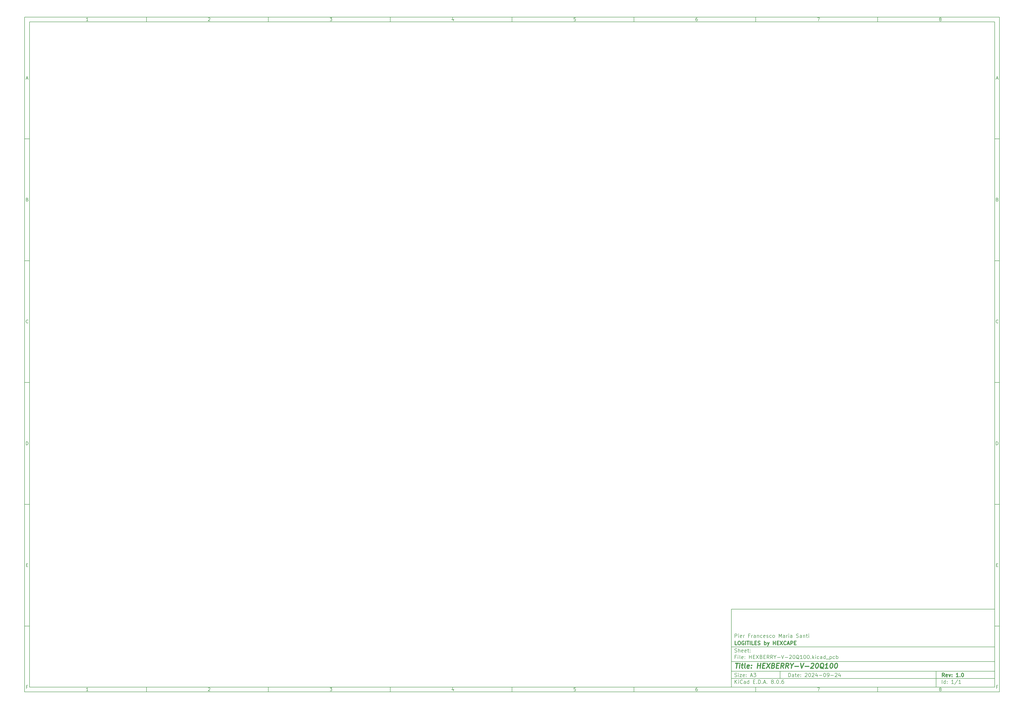
<source format=gbr>
%TF.GenerationSoftware,KiCad,Pcbnew,8.0.6-8.0.6-0~ubuntu24.04.1*%
%TF.CreationDate,2024-11-13T11:48:59+01:00*%
%TF.ProjectId,HEXBERRY-V-20Q100,48455842-4552-4525-992d-562d32305131,1.0*%
%TF.SameCoordinates,PX5f5e100PY5f5e100*%
%TF.FileFunction,Other,Comment*%
%FSLAX46Y46*%
G04 Gerber Fmt 4.6, Leading zero omitted, Abs format (unit mm)*
G04 Created by KiCad (PCBNEW 8.0.6-8.0.6-0~ubuntu24.04.1) date 2024-11-13 11:48:59*
%MOMM*%
%LPD*%
G01*
G04 APERTURE LIST*
%ADD10C,0.100000*%
%ADD11C,0.150000*%
%ADD12C,0.300000*%
%ADD13C,0.400000*%
G04 APERTURE END LIST*
D10*
D11*
X199989000Y-153002200D02*
X307989000Y-153002200D01*
X307989000Y-185002200D01*
X199989000Y-185002200D01*
X199989000Y-153002200D01*
D10*
D11*
X-90000000Y90000000D02*
X309989000Y90000000D01*
X309989000Y-187002200D01*
X-90000000Y-187002200D01*
X-90000000Y90000000D01*
D10*
D11*
X-88000000Y88000000D02*
X307989000Y88000000D01*
X307989000Y-185002200D01*
X-88000000Y-185002200D01*
X-88000000Y88000000D01*
D10*
D11*
X-40000000Y88000000D02*
X-40000000Y90000000D01*
D10*
D11*
X10000000Y88000000D02*
X10000000Y90000000D01*
D10*
D11*
X60000000Y88000000D02*
X60000000Y90000000D01*
D10*
D11*
X110000000Y88000000D02*
X110000000Y90000000D01*
D10*
D11*
X160000000Y88000000D02*
X160000000Y90000000D01*
D10*
D11*
X210000000Y88000000D02*
X210000000Y90000000D01*
D10*
D11*
X260000000Y88000000D02*
X260000000Y90000000D01*
D10*
D11*
X-63910840Y88406396D02*
X-64653697Y88406396D01*
X-64282269Y88406396D02*
X-64282269Y89706396D01*
X-64282269Y89706396D02*
X-64406078Y89520681D01*
X-64406078Y89520681D02*
X-64529888Y89396872D01*
X-64529888Y89396872D02*
X-64653697Y89334967D01*
D10*
D11*
X-14653697Y89582586D02*
X-14591793Y89644491D01*
X-14591793Y89644491D02*
X-14467983Y89706396D01*
X-14467983Y89706396D02*
X-14158459Y89706396D01*
X-14158459Y89706396D02*
X-14034650Y89644491D01*
X-14034650Y89644491D02*
X-13972745Y89582586D01*
X-13972745Y89582586D02*
X-13910840Y89458777D01*
X-13910840Y89458777D02*
X-13910840Y89334967D01*
X-13910840Y89334967D02*
X-13972745Y89149253D01*
X-13972745Y89149253D02*
X-14715602Y88406396D01*
X-14715602Y88406396D02*
X-13910840Y88406396D01*
D10*
D11*
X35284398Y89706396D02*
X36089160Y89706396D01*
X36089160Y89706396D02*
X35655826Y89211158D01*
X35655826Y89211158D02*
X35841541Y89211158D01*
X35841541Y89211158D02*
X35965350Y89149253D01*
X35965350Y89149253D02*
X36027255Y89087348D01*
X36027255Y89087348D02*
X36089160Y88963539D01*
X36089160Y88963539D02*
X36089160Y88654015D01*
X36089160Y88654015D02*
X36027255Y88530205D01*
X36027255Y88530205D02*
X35965350Y88468300D01*
X35965350Y88468300D02*
X35841541Y88406396D01*
X35841541Y88406396D02*
X35470112Y88406396D01*
X35470112Y88406396D02*
X35346303Y88468300D01*
X35346303Y88468300D02*
X35284398Y88530205D01*
D10*
D11*
X85965350Y89273062D02*
X85965350Y88406396D01*
X85655826Y89768300D02*
X85346303Y88839729D01*
X85346303Y88839729D02*
X86151064Y88839729D01*
D10*
D11*
X136027255Y89706396D02*
X135408207Y89706396D01*
X135408207Y89706396D02*
X135346303Y89087348D01*
X135346303Y89087348D02*
X135408207Y89149253D01*
X135408207Y89149253D02*
X135532017Y89211158D01*
X135532017Y89211158D02*
X135841541Y89211158D01*
X135841541Y89211158D02*
X135965350Y89149253D01*
X135965350Y89149253D02*
X136027255Y89087348D01*
X136027255Y89087348D02*
X136089160Y88963539D01*
X136089160Y88963539D02*
X136089160Y88654015D01*
X136089160Y88654015D02*
X136027255Y88530205D01*
X136027255Y88530205D02*
X135965350Y88468300D01*
X135965350Y88468300D02*
X135841541Y88406396D01*
X135841541Y88406396D02*
X135532017Y88406396D01*
X135532017Y88406396D02*
X135408207Y88468300D01*
X135408207Y88468300D02*
X135346303Y88530205D01*
D10*
D11*
X185965350Y89706396D02*
X185717731Y89706396D01*
X185717731Y89706396D02*
X185593922Y89644491D01*
X185593922Y89644491D02*
X185532017Y89582586D01*
X185532017Y89582586D02*
X185408207Y89396872D01*
X185408207Y89396872D02*
X185346303Y89149253D01*
X185346303Y89149253D02*
X185346303Y88654015D01*
X185346303Y88654015D02*
X185408207Y88530205D01*
X185408207Y88530205D02*
X185470112Y88468300D01*
X185470112Y88468300D02*
X185593922Y88406396D01*
X185593922Y88406396D02*
X185841541Y88406396D01*
X185841541Y88406396D02*
X185965350Y88468300D01*
X185965350Y88468300D02*
X186027255Y88530205D01*
X186027255Y88530205D02*
X186089160Y88654015D01*
X186089160Y88654015D02*
X186089160Y88963539D01*
X186089160Y88963539D02*
X186027255Y89087348D01*
X186027255Y89087348D02*
X185965350Y89149253D01*
X185965350Y89149253D02*
X185841541Y89211158D01*
X185841541Y89211158D02*
X185593922Y89211158D01*
X185593922Y89211158D02*
X185470112Y89149253D01*
X185470112Y89149253D02*
X185408207Y89087348D01*
X185408207Y89087348D02*
X185346303Y88963539D01*
D10*
D11*
X235284398Y89706396D02*
X236151064Y89706396D01*
X236151064Y89706396D02*
X235593922Y88406396D01*
D10*
D11*
X285593922Y89149253D02*
X285470112Y89211158D01*
X285470112Y89211158D02*
X285408207Y89273062D01*
X285408207Y89273062D02*
X285346303Y89396872D01*
X285346303Y89396872D02*
X285346303Y89458777D01*
X285346303Y89458777D02*
X285408207Y89582586D01*
X285408207Y89582586D02*
X285470112Y89644491D01*
X285470112Y89644491D02*
X285593922Y89706396D01*
X285593922Y89706396D02*
X285841541Y89706396D01*
X285841541Y89706396D02*
X285965350Y89644491D01*
X285965350Y89644491D02*
X286027255Y89582586D01*
X286027255Y89582586D02*
X286089160Y89458777D01*
X286089160Y89458777D02*
X286089160Y89396872D01*
X286089160Y89396872D02*
X286027255Y89273062D01*
X286027255Y89273062D02*
X285965350Y89211158D01*
X285965350Y89211158D02*
X285841541Y89149253D01*
X285841541Y89149253D02*
X285593922Y89149253D01*
X285593922Y89149253D02*
X285470112Y89087348D01*
X285470112Y89087348D02*
X285408207Y89025443D01*
X285408207Y89025443D02*
X285346303Y88901634D01*
X285346303Y88901634D02*
X285346303Y88654015D01*
X285346303Y88654015D02*
X285408207Y88530205D01*
X285408207Y88530205D02*
X285470112Y88468300D01*
X285470112Y88468300D02*
X285593922Y88406396D01*
X285593922Y88406396D02*
X285841541Y88406396D01*
X285841541Y88406396D02*
X285965350Y88468300D01*
X285965350Y88468300D02*
X286027255Y88530205D01*
X286027255Y88530205D02*
X286089160Y88654015D01*
X286089160Y88654015D02*
X286089160Y88901634D01*
X286089160Y88901634D02*
X286027255Y89025443D01*
X286027255Y89025443D02*
X285965350Y89087348D01*
X285965350Y89087348D02*
X285841541Y89149253D01*
D10*
D11*
X-40000000Y-185002200D02*
X-40000000Y-187002200D01*
D10*
D11*
X10000000Y-185002200D02*
X10000000Y-187002200D01*
D10*
D11*
X60000000Y-185002200D02*
X60000000Y-187002200D01*
D10*
D11*
X110000000Y-185002200D02*
X110000000Y-187002200D01*
D10*
D11*
X160000000Y-185002200D02*
X160000000Y-187002200D01*
D10*
D11*
X210000000Y-185002200D02*
X210000000Y-187002200D01*
D10*
D11*
X260000000Y-185002200D02*
X260000000Y-187002200D01*
D10*
D11*
X-63910840Y-186595804D02*
X-64653697Y-186595804D01*
X-64282269Y-186595804D02*
X-64282269Y-185295804D01*
X-64282269Y-185295804D02*
X-64406078Y-185481519D01*
X-64406078Y-185481519D02*
X-64529888Y-185605328D01*
X-64529888Y-185605328D02*
X-64653697Y-185667233D01*
D10*
D11*
X-14653697Y-185419614D02*
X-14591793Y-185357709D01*
X-14591793Y-185357709D02*
X-14467983Y-185295804D01*
X-14467983Y-185295804D02*
X-14158459Y-185295804D01*
X-14158459Y-185295804D02*
X-14034650Y-185357709D01*
X-14034650Y-185357709D02*
X-13972745Y-185419614D01*
X-13972745Y-185419614D02*
X-13910840Y-185543423D01*
X-13910840Y-185543423D02*
X-13910840Y-185667233D01*
X-13910840Y-185667233D02*
X-13972745Y-185852947D01*
X-13972745Y-185852947D02*
X-14715602Y-186595804D01*
X-14715602Y-186595804D02*
X-13910840Y-186595804D01*
D10*
D11*
X35284398Y-185295804D02*
X36089160Y-185295804D01*
X36089160Y-185295804D02*
X35655826Y-185791042D01*
X35655826Y-185791042D02*
X35841541Y-185791042D01*
X35841541Y-185791042D02*
X35965350Y-185852947D01*
X35965350Y-185852947D02*
X36027255Y-185914852D01*
X36027255Y-185914852D02*
X36089160Y-186038661D01*
X36089160Y-186038661D02*
X36089160Y-186348185D01*
X36089160Y-186348185D02*
X36027255Y-186471995D01*
X36027255Y-186471995D02*
X35965350Y-186533900D01*
X35965350Y-186533900D02*
X35841541Y-186595804D01*
X35841541Y-186595804D02*
X35470112Y-186595804D01*
X35470112Y-186595804D02*
X35346303Y-186533900D01*
X35346303Y-186533900D02*
X35284398Y-186471995D01*
D10*
D11*
X85965350Y-185729138D02*
X85965350Y-186595804D01*
X85655826Y-185233900D02*
X85346303Y-186162471D01*
X85346303Y-186162471D02*
X86151064Y-186162471D01*
D10*
D11*
X136027255Y-185295804D02*
X135408207Y-185295804D01*
X135408207Y-185295804D02*
X135346303Y-185914852D01*
X135346303Y-185914852D02*
X135408207Y-185852947D01*
X135408207Y-185852947D02*
X135532017Y-185791042D01*
X135532017Y-185791042D02*
X135841541Y-185791042D01*
X135841541Y-185791042D02*
X135965350Y-185852947D01*
X135965350Y-185852947D02*
X136027255Y-185914852D01*
X136027255Y-185914852D02*
X136089160Y-186038661D01*
X136089160Y-186038661D02*
X136089160Y-186348185D01*
X136089160Y-186348185D02*
X136027255Y-186471995D01*
X136027255Y-186471995D02*
X135965350Y-186533900D01*
X135965350Y-186533900D02*
X135841541Y-186595804D01*
X135841541Y-186595804D02*
X135532017Y-186595804D01*
X135532017Y-186595804D02*
X135408207Y-186533900D01*
X135408207Y-186533900D02*
X135346303Y-186471995D01*
D10*
D11*
X185965350Y-185295804D02*
X185717731Y-185295804D01*
X185717731Y-185295804D02*
X185593922Y-185357709D01*
X185593922Y-185357709D02*
X185532017Y-185419614D01*
X185532017Y-185419614D02*
X185408207Y-185605328D01*
X185408207Y-185605328D02*
X185346303Y-185852947D01*
X185346303Y-185852947D02*
X185346303Y-186348185D01*
X185346303Y-186348185D02*
X185408207Y-186471995D01*
X185408207Y-186471995D02*
X185470112Y-186533900D01*
X185470112Y-186533900D02*
X185593922Y-186595804D01*
X185593922Y-186595804D02*
X185841541Y-186595804D01*
X185841541Y-186595804D02*
X185965350Y-186533900D01*
X185965350Y-186533900D02*
X186027255Y-186471995D01*
X186027255Y-186471995D02*
X186089160Y-186348185D01*
X186089160Y-186348185D02*
X186089160Y-186038661D01*
X186089160Y-186038661D02*
X186027255Y-185914852D01*
X186027255Y-185914852D02*
X185965350Y-185852947D01*
X185965350Y-185852947D02*
X185841541Y-185791042D01*
X185841541Y-185791042D02*
X185593922Y-185791042D01*
X185593922Y-185791042D02*
X185470112Y-185852947D01*
X185470112Y-185852947D02*
X185408207Y-185914852D01*
X185408207Y-185914852D02*
X185346303Y-186038661D01*
D10*
D11*
X235284398Y-185295804D02*
X236151064Y-185295804D01*
X236151064Y-185295804D02*
X235593922Y-186595804D01*
D10*
D11*
X285593922Y-185852947D02*
X285470112Y-185791042D01*
X285470112Y-185791042D02*
X285408207Y-185729138D01*
X285408207Y-185729138D02*
X285346303Y-185605328D01*
X285346303Y-185605328D02*
X285346303Y-185543423D01*
X285346303Y-185543423D02*
X285408207Y-185419614D01*
X285408207Y-185419614D02*
X285470112Y-185357709D01*
X285470112Y-185357709D02*
X285593922Y-185295804D01*
X285593922Y-185295804D02*
X285841541Y-185295804D01*
X285841541Y-185295804D02*
X285965350Y-185357709D01*
X285965350Y-185357709D02*
X286027255Y-185419614D01*
X286027255Y-185419614D02*
X286089160Y-185543423D01*
X286089160Y-185543423D02*
X286089160Y-185605328D01*
X286089160Y-185605328D02*
X286027255Y-185729138D01*
X286027255Y-185729138D02*
X285965350Y-185791042D01*
X285965350Y-185791042D02*
X285841541Y-185852947D01*
X285841541Y-185852947D02*
X285593922Y-185852947D01*
X285593922Y-185852947D02*
X285470112Y-185914852D01*
X285470112Y-185914852D02*
X285408207Y-185976757D01*
X285408207Y-185976757D02*
X285346303Y-186100566D01*
X285346303Y-186100566D02*
X285346303Y-186348185D01*
X285346303Y-186348185D02*
X285408207Y-186471995D01*
X285408207Y-186471995D02*
X285470112Y-186533900D01*
X285470112Y-186533900D02*
X285593922Y-186595804D01*
X285593922Y-186595804D02*
X285841541Y-186595804D01*
X285841541Y-186595804D02*
X285965350Y-186533900D01*
X285965350Y-186533900D02*
X286027255Y-186471995D01*
X286027255Y-186471995D02*
X286089160Y-186348185D01*
X286089160Y-186348185D02*
X286089160Y-186100566D01*
X286089160Y-186100566D02*
X286027255Y-185976757D01*
X286027255Y-185976757D02*
X285965350Y-185914852D01*
X285965350Y-185914852D02*
X285841541Y-185852947D01*
D10*
D11*
X-90000000Y40000000D02*
X-88000000Y40000000D01*
D10*
D11*
X-90000000Y-10000000D02*
X-88000000Y-10000000D01*
D10*
D11*
X-90000000Y-60000000D02*
X-88000000Y-60000000D01*
D10*
D11*
X-90000000Y-110000000D02*
X-88000000Y-110000000D01*
D10*
D11*
X-90000000Y-160000000D02*
X-88000000Y-160000000D01*
D10*
D11*
X-89309524Y64777824D02*
X-88690477Y64777824D01*
X-89433334Y64406396D02*
X-89000001Y65706396D01*
X-89000001Y65706396D02*
X-88566667Y64406396D01*
D10*
D11*
X-88907143Y15087348D02*
X-88721429Y15025443D01*
X-88721429Y15025443D02*
X-88659524Y14963539D01*
X-88659524Y14963539D02*
X-88597620Y14839729D01*
X-88597620Y14839729D02*
X-88597620Y14654015D01*
X-88597620Y14654015D02*
X-88659524Y14530205D01*
X-88659524Y14530205D02*
X-88721429Y14468300D01*
X-88721429Y14468300D02*
X-88845239Y14406396D01*
X-88845239Y14406396D02*
X-89340477Y14406396D01*
X-89340477Y14406396D02*
X-89340477Y15706396D01*
X-89340477Y15706396D02*
X-88907143Y15706396D01*
X-88907143Y15706396D02*
X-88783334Y15644491D01*
X-88783334Y15644491D02*
X-88721429Y15582586D01*
X-88721429Y15582586D02*
X-88659524Y15458777D01*
X-88659524Y15458777D02*
X-88659524Y15334967D01*
X-88659524Y15334967D02*
X-88721429Y15211158D01*
X-88721429Y15211158D02*
X-88783334Y15149253D01*
X-88783334Y15149253D02*
X-88907143Y15087348D01*
X-88907143Y15087348D02*
X-89340477Y15087348D01*
D10*
D11*
X-88597620Y-35469795D02*
X-88659524Y-35531700D01*
X-88659524Y-35531700D02*
X-88845239Y-35593604D01*
X-88845239Y-35593604D02*
X-88969048Y-35593604D01*
X-88969048Y-35593604D02*
X-89154762Y-35531700D01*
X-89154762Y-35531700D02*
X-89278572Y-35407890D01*
X-89278572Y-35407890D02*
X-89340477Y-35284080D01*
X-89340477Y-35284080D02*
X-89402381Y-35036461D01*
X-89402381Y-35036461D02*
X-89402381Y-34850747D01*
X-89402381Y-34850747D02*
X-89340477Y-34603128D01*
X-89340477Y-34603128D02*
X-89278572Y-34479319D01*
X-89278572Y-34479319D02*
X-89154762Y-34355509D01*
X-89154762Y-34355509D02*
X-88969048Y-34293604D01*
X-88969048Y-34293604D02*
X-88845239Y-34293604D01*
X-88845239Y-34293604D02*
X-88659524Y-34355509D01*
X-88659524Y-34355509D02*
X-88597620Y-34417414D01*
D10*
D11*
X-89340477Y-85593604D02*
X-89340477Y-84293604D01*
X-89340477Y-84293604D02*
X-89030953Y-84293604D01*
X-89030953Y-84293604D02*
X-88845239Y-84355509D01*
X-88845239Y-84355509D02*
X-88721429Y-84479319D01*
X-88721429Y-84479319D02*
X-88659524Y-84603128D01*
X-88659524Y-84603128D02*
X-88597620Y-84850747D01*
X-88597620Y-84850747D02*
X-88597620Y-85036461D01*
X-88597620Y-85036461D02*
X-88659524Y-85284080D01*
X-88659524Y-85284080D02*
X-88721429Y-85407890D01*
X-88721429Y-85407890D02*
X-88845239Y-85531700D01*
X-88845239Y-85531700D02*
X-89030953Y-85593604D01*
X-89030953Y-85593604D02*
X-89340477Y-85593604D01*
D10*
D11*
X-89278572Y-134912652D02*
X-88845238Y-134912652D01*
X-88659524Y-135593604D02*
X-89278572Y-135593604D01*
X-89278572Y-135593604D02*
X-89278572Y-134293604D01*
X-89278572Y-134293604D02*
X-88659524Y-134293604D01*
D10*
D11*
X-88814286Y-184912652D02*
X-89247620Y-184912652D01*
X-89247620Y-185593604D02*
X-89247620Y-184293604D01*
X-89247620Y-184293604D02*
X-88628572Y-184293604D01*
D10*
D11*
X309989000Y40000000D02*
X307989000Y40000000D01*
D10*
D11*
X309989000Y-10000000D02*
X307989000Y-10000000D01*
D10*
D11*
X309989000Y-60000000D02*
X307989000Y-60000000D01*
D10*
D11*
X309989000Y-110000000D02*
X307989000Y-110000000D01*
D10*
D11*
X309989000Y-160000000D02*
X307989000Y-160000000D01*
D10*
D11*
X308679476Y64777824D02*
X309298523Y64777824D01*
X308555666Y64406396D02*
X308988999Y65706396D01*
X308988999Y65706396D02*
X309422333Y64406396D01*
D10*
D11*
X309081857Y15087348D02*
X309267571Y15025443D01*
X309267571Y15025443D02*
X309329476Y14963539D01*
X309329476Y14963539D02*
X309391380Y14839729D01*
X309391380Y14839729D02*
X309391380Y14654015D01*
X309391380Y14654015D02*
X309329476Y14530205D01*
X309329476Y14530205D02*
X309267571Y14468300D01*
X309267571Y14468300D02*
X309143761Y14406396D01*
X309143761Y14406396D02*
X308648523Y14406396D01*
X308648523Y14406396D02*
X308648523Y15706396D01*
X308648523Y15706396D02*
X309081857Y15706396D01*
X309081857Y15706396D02*
X309205666Y15644491D01*
X309205666Y15644491D02*
X309267571Y15582586D01*
X309267571Y15582586D02*
X309329476Y15458777D01*
X309329476Y15458777D02*
X309329476Y15334967D01*
X309329476Y15334967D02*
X309267571Y15211158D01*
X309267571Y15211158D02*
X309205666Y15149253D01*
X309205666Y15149253D02*
X309081857Y15087348D01*
X309081857Y15087348D02*
X308648523Y15087348D01*
D10*
D11*
X309391380Y-35469795D02*
X309329476Y-35531700D01*
X309329476Y-35531700D02*
X309143761Y-35593604D01*
X309143761Y-35593604D02*
X309019952Y-35593604D01*
X309019952Y-35593604D02*
X308834238Y-35531700D01*
X308834238Y-35531700D02*
X308710428Y-35407890D01*
X308710428Y-35407890D02*
X308648523Y-35284080D01*
X308648523Y-35284080D02*
X308586619Y-35036461D01*
X308586619Y-35036461D02*
X308586619Y-34850747D01*
X308586619Y-34850747D02*
X308648523Y-34603128D01*
X308648523Y-34603128D02*
X308710428Y-34479319D01*
X308710428Y-34479319D02*
X308834238Y-34355509D01*
X308834238Y-34355509D02*
X309019952Y-34293604D01*
X309019952Y-34293604D02*
X309143761Y-34293604D01*
X309143761Y-34293604D02*
X309329476Y-34355509D01*
X309329476Y-34355509D02*
X309391380Y-34417414D01*
D10*
D11*
X308648523Y-85593604D02*
X308648523Y-84293604D01*
X308648523Y-84293604D02*
X308958047Y-84293604D01*
X308958047Y-84293604D02*
X309143761Y-84355509D01*
X309143761Y-84355509D02*
X309267571Y-84479319D01*
X309267571Y-84479319D02*
X309329476Y-84603128D01*
X309329476Y-84603128D02*
X309391380Y-84850747D01*
X309391380Y-84850747D02*
X309391380Y-85036461D01*
X309391380Y-85036461D02*
X309329476Y-85284080D01*
X309329476Y-85284080D02*
X309267571Y-85407890D01*
X309267571Y-85407890D02*
X309143761Y-85531700D01*
X309143761Y-85531700D02*
X308958047Y-85593604D01*
X308958047Y-85593604D02*
X308648523Y-85593604D01*
D10*
D11*
X308710428Y-134912652D02*
X309143762Y-134912652D01*
X309329476Y-135593604D02*
X308710428Y-135593604D01*
X308710428Y-135593604D02*
X308710428Y-134293604D01*
X308710428Y-134293604D02*
X309329476Y-134293604D01*
D10*
D11*
X309174714Y-184912652D02*
X308741380Y-184912652D01*
X308741380Y-185593604D02*
X308741380Y-184293604D01*
X308741380Y-184293604D02*
X309360428Y-184293604D01*
D10*
D11*
X223444826Y-180788328D02*
X223444826Y-179288328D01*
X223444826Y-179288328D02*
X223801969Y-179288328D01*
X223801969Y-179288328D02*
X224016255Y-179359757D01*
X224016255Y-179359757D02*
X224159112Y-179502614D01*
X224159112Y-179502614D02*
X224230541Y-179645471D01*
X224230541Y-179645471D02*
X224301969Y-179931185D01*
X224301969Y-179931185D02*
X224301969Y-180145471D01*
X224301969Y-180145471D02*
X224230541Y-180431185D01*
X224230541Y-180431185D02*
X224159112Y-180574042D01*
X224159112Y-180574042D02*
X224016255Y-180716900D01*
X224016255Y-180716900D02*
X223801969Y-180788328D01*
X223801969Y-180788328D02*
X223444826Y-180788328D01*
X225587684Y-180788328D02*
X225587684Y-180002614D01*
X225587684Y-180002614D02*
X225516255Y-179859757D01*
X225516255Y-179859757D02*
X225373398Y-179788328D01*
X225373398Y-179788328D02*
X225087684Y-179788328D01*
X225087684Y-179788328D02*
X224944826Y-179859757D01*
X225587684Y-180716900D02*
X225444826Y-180788328D01*
X225444826Y-180788328D02*
X225087684Y-180788328D01*
X225087684Y-180788328D02*
X224944826Y-180716900D01*
X224944826Y-180716900D02*
X224873398Y-180574042D01*
X224873398Y-180574042D02*
X224873398Y-180431185D01*
X224873398Y-180431185D02*
X224944826Y-180288328D01*
X224944826Y-180288328D02*
X225087684Y-180216900D01*
X225087684Y-180216900D02*
X225444826Y-180216900D01*
X225444826Y-180216900D02*
X225587684Y-180145471D01*
X226087684Y-179788328D02*
X226659112Y-179788328D01*
X226301969Y-179288328D02*
X226301969Y-180574042D01*
X226301969Y-180574042D02*
X226373398Y-180716900D01*
X226373398Y-180716900D02*
X226516255Y-180788328D01*
X226516255Y-180788328D02*
X226659112Y-180788328D01*
X227730541Y-180716900D02*
X227587684Y-180788328D01*
X227587684Y-180788328D02*
X227301970Y-180788328D01*
X227301970Y-180788328D02*
X227159112Y-180716900D01*
X227159112Y-180716900D02*
X227087684Y-180574042D01*
X227087684Y-180574042D02*
X227087684Y-180002614D01*
X227087684Y-180002614D02*
X227159112Y-179859757D01*
X227159112Y-179859757D02*
X227301970Y-179788328D01*
X227301970Y-179788328D02*
X227587684Y-179788328D01*
X227587684Y-179788328D02*
X227730541Y-179859757D01*
X227730541Y-179859757D02*
X227801970Y-180002614D01*
X227801970Y-180002614D02*
X227801970Y-180145471D01*
X227801970Y-180145471D02*
X227087684Y-180288328D01*
X228444826Y-180645471D02*
X228516255Y-180716900D01*
X228516255Y-180716900D02*
X228444826Y-180788328D01*
X228444826Y-180788328D02*
X228373398Y-180716900D01*
X228373398Y-180716900D02*
X228444826Y-180645471D01*
X228444826Y-180645471D02*
X228444826Y-180788328D01*
X228444826Y-179859757D02*
X228516255Y-179931185D01*
X228516255Y-179931185D02*
X228444826Y-180002614D01*
X228444826Y-180002614D02*
X228373398Y-179931185D01*
X228373398Y-179931185D02*
X228444826Y-179859757D01*
X228444826Y-179859757D02*
X228444826Y-180002614D01*
X230230541Y-179431185D02*
X230301969Y-179359757D01*
X230301969Y-179359757D02*
X230444827Y-179288328D01*
X230444827Y-179288328D02*
X230801969Y-179288328D01*
X230801969Y-179288328D02*
X230944827Y-179359757D01*
X230944827Y-179359757D02*
X231016255Y-179431185D01*
X231016255Y-179431185D02*
X231087684Y-179574042D01*
X231087684Y-179574042D02*
X231087684Y-179716900D01*
X231087684Y-179716900D02*
X231016255Y-179931185D01*
X231016255Y-179931185D02*
X230159112Y-180788328D01*
X230159112Y-180788328D02*
X231087684Y-180788328D01*
X232016255Y-179288328D02*
X232159112Y-179288328D01*
X232159112Y-179288328D02*
X232301969Y-179359757D01*
X232301969Y-179359757D02*
X232373398Y-179431185D01*
X232373398Y-179431185D02*
X232444826Y-179574042D01*
X232444826Y-179574042D02*
X232516255Y-179859757D01*
X232516255Y-179859757D02*
X232516255Y-180216900D01*
X232516255Y-180216900D02*
X232444826Y-180502614D01*
X232444826Y-180502614D02*
X232373398Y-180645471D01*
X232373398Y-180645471D02*
X232301969Y-180716900D01*
X232301969Y-180716900D02*
X232159112Y-180788328D01*
X232159112Y-180788328D02*
X232016255Y-180788328D01*
X232016255Y-180788328D02*
X231873398Y-180716900D01*
X231873398Y-180716900D02*
X231801969Y-180645471D01*
X231801969Y-180645471D02*
X231730540Y-180502614D01*
X231730540Y-180502614D02*
X231659112Y-180216900D01*
X231659112Y-180216900D02*
X231659112Y-179859757D01*
X231659112Y-179859757D02*
X231730540Y-179574042D01*
X231730540Y-179574042D02*
X231801969Y-179431185D01*
X231801969Y-179431185D02*
X231873398Y-179359757D01*
X231873398Y-179359757D02*
X232016255Y-179288328D01*
X233087683Y-179431185D02*
X233159111Y-179359757D01*
X233159111Y-179359757D02*
X233301969Y-179288328D01*
X233301969Y-179288328D02*
X233659111Y-179288328D01*
X233659111Y-179288328D02*
X233801969Y-179359757D01*
X233801969Y-179359757D02*
X233873397Y-179431185D01*
X233873397Y-179431185D02*
X233944826Y-179574042D01*
X233944826Y-179574042D02*
X233944826Y-179716900D01*
X233944826Y-179716900D02*
X233873397Y-179931185D01*
X233873397Y-179931185D02*
X233016254Y-180788328D01*
X233016254Y-180788328D02*
X233944826Y-180788328D01*
X235230540Y-179788328D02*
X235230540Y-180788328D01*
X234873397Y-179216900D02*
X234516254Y-180288328D01*
X234516254Y-180288328D02*
X235444825Y-180288328D01*
X236016253Y-180216900D02*
X237159111Y-180216900D01*
X238159111Y-179288328D02*
X238301968Y-179288328D01*
X238301968Y-179288328D02*
X238444825Y-179359757D01*
X238444825Y-179359757D02*
X238516254Y-179431185D01*
X238516254Y-179431185D02*
X238587682Y-179574042D01*
X238587682Y-179574042D02*
X238659111Y-179859757D01*
X238659111Y-179859757D02*
X238659111Y-180216900D01*
X238659111Y-180216900D02*
X238587682Y-180502614D01*
X238587682Y-180502614D02*
X238516254Y-180645471D01*
X238516254Y-180645471D02*
X238444825Y-180716900D01*
X238444825Y-180716900D02*
X238301968Y-180788328D01*
X238301968Y-180788328D02*
X238159111Y-180788328D01*
X238159111Y-180788328D02*
X238016254Y-180716900D01*
X238016254Y-180716900D02*
X237944825Y-180645471D01*
X237944825Y-180645471D02*
X237873396Y-180502614D01*
X237873396Y-180502614D02*
X237801968Y-180216900D01*
X237801968Y-180216900D02*
X237801968Y-179859757D01*
X237801968Y-179859757D02*
X237873396Y-179574042D01*
X237873396Y-179574042D02*
X237944825Y-179431185D01*
X237944825Y-179431185D02*
X238016254Y-179359757D01*
X238016254Y-179359757D02*
X238159111Y-179288328D01*
X239373396Y-180788328D02*
X239659110Y-180788328D01*
X239659110Y-180788328D02*
X239801967Y-180716900D01*
X239801967Y-180716900D02*
X239873396Y-180645471D01*
X239873396Y-180645471D02*
X240016253Y-180431185D01*
X240016253Y-180431185D02*
X240087682Y-180145471D01*
X240087682Y-180145471D02*
X240087682Y-179574042D01*
X240087682Y-179574042D02*
X240016253Y-179431185D01*
X240016253Y-179431185D02*
X239944825Y-179359757D01*
X239944825Y-179359757D02*
X239801967Y-179288328D01*
X239801967Y-179288328D02*
X239516253Y-179288328D01*
X239516253Y-179288328D02*
X239373396Y-179359757D01*
X239373396Y-179359757D02*
X239301967Y-179431185D01*
X239301967Y-179431185D02*
X239230539Y-179574042D01*
X239230539Y-179574042D02*
X239230539Y-179931185D01*
X239230539Y-179931185D02*
X239301967Y-180074042D01*
X239301967Y-180074042D02*
X239373396Y-180145471D01*
X239373396Y-180145471D02*
X239516253Y-180216900D01*
X239516253Y-180216900D02*
X239801967Y-180216900D01*
X239801967Y-180216900D02*
X239944825Y-180145471D01*
X239944825Y-180145471D02*
X240016253Y-180074042D01*
X240016253Y-180074042D02*
X240087682Y-179931185D01*
X240730538Y-180216900D02*
X241873396Y-180216900D01*
X242516253Y-179431185D02*
X242587681Y-179359757D01*
X242587681Y-179359757D02*
X242730539Y-179288328D01*
X242730539Y-179288328D02*
X243087681Y-179288328D01*
X243087681Y-179288328D02*
X243230539Y-179359757D01*
X243230539Y-179359757D02*
X243301967Y-179431185D01*
X243301967Y-179431185D02*
X243373396Y-179574042D01*
X243373396Y-179574042D02*
X243373396Y-179716900D01*
X243373396Y-179716900D02*
X243301967Y-179931185D01*
X243301967Y-179931185D02*
X242444824Y-180788328D01*
X242444824Y-180788328D02*
X243373396Y-180788328D01*
X244659110Y-179788328D02*
X244659110Y-180788328D01*
X244301967Y-179216900D02*
X243944824Y-180288328D01*
X243944824Y-180288328D02*
X244873395Y-180288328D01*
D10*
D11*
X199989000Y-181502200D02*
X307989000Y-181502200D01*
D10*
D11*
X201444826Y-183588328D02*
X201444826Y-182088328D01*
X202301969Y-183588328D02*
X201659112Y-182731185D01*
X202301969Y-182088328D02*
X201444826Y-182945471D01*
X202944826Y-183588328D02*
X202944826Y-182588328D01*
X202944826Y-182088328D02*
X202873398Y-182159757D01*
X202873398Y-182159757D02*
X202944826Y-182231185D01*
X202944826Y-182231185D02*
X203016255Y-182159757D01*
X203016255Y-182159757D02*
X202944826Y-182088328D01*
X202944826Y-182088328D02*
X202944826Y-182231185D01*
X204516255Y-183445471D02*
X204444827Y-183516900D01*
X204444827Y-183516900D02*
X204230541Y-183588328D01*
X204230541Y-183588328D02*
X204087684Y-183588328D01*
X204087684Y-183588328D02*
X203873398Y-183516900D01*
X203873398Y-183516900D02*
X203730541Y-183374042D01*
X203730541Y-183374042D02*
X203659112Y-183231185D01*
X203659112Y-183231185D02*
X203587684Y-182945471D01*
X203587684Y-182945471D02*
X203587684Y-182731185D01*
X203587684Y-182731185D02*
X203659112Y-182445471D01*
X203659112Y-182445471D02*
X203730541Y-182302614D01*
X203730541Y-182302614D02*
X203873398Y-182159757D01*
X203873398Y-182159757D02*
X204087684Y-182088328D01*
X204087684Y-182088328D02*
X204230541Y-182088328D01*
X204230541Y-182088328D02*
X204444827Y-182159757D01*
X204444827Y-182159757D02*
X204516255Y-182231185D01*
X205801970Y-183588328D02*
X205801970Y-182802614D01*
X205801970Y-182802614D02*
X205730541Y-182659757D01*
X205730541Y-182659757D02*
X205587684Y-182588328D01*
X205587684Y-182588328D02*
X205301970Y-182588328D01*
X205301970Y-182588328D02*
X205159112Y-182659757D01*
X205801970Y-183516900D02*
X205659112Y-183588328D01*
X205659112Y-183588328D02*
X205301970Y-183588328D01*
X205301970Y-183588328D02*
X205159112Y-183516900D01*
X205159112Y-183516900D02*
X205087684Y-183374042D01*
X205087684Y-183374042D02*
X205087684Y-183231185D01*
X205087684Y-183231185D02*
X205159112Y-183088328D01*
X205159112Y-183088328D02*
X205301970Y-183016900D01*
X205301970Y-183016900D02*
X205659112Y-183016900D01*
X205659112Y-183016900D02*
X205801970Y-182945471D01*
X207159113Y-183588328D02*
X207159113Y-182088328D01*
X207159113Y-183516900D02*
X207016255Y-183588328D01*
X207016255Y-183588328D02*
X206730541Y-183588328D01*
X206730541Y-183588328D02*
X206587684Y-183516900D01*
X206587684Y-183516900D02*
X206516255Y-183445471D01*
X206516255Y-183445471D02*
X206444827Y-183302614D01*
X206444827Y-183302614D02*
X206444827Y-182874042D01*
X206444827Y-182874042D02*
X206516255Y-182731185D01*
X206516255Y-182731185D02*
X206587684Y-182659757D01*
X206587684Y-182659757D02*
X206730541Y-182588328D01*
X206730541Y-182588328D02*
X207016255Y-182588328D01*
X207016255Y-182588328D02*
X207159113Y-182659757D01*
X209016255Y-182802614D02*
X209516255Y-182802614D01*
X209730541Y-183588328D02*
X209016255Y-183588328D01*
X209016255Y-183588328D02*
X209016255Y-182088328D01*
X209016255Y-182088328D02*
X209730541Y-182088328D01*
X210373398Y-183445471D02*
X210444827Y-183516900D01*
X210444827Y-183516900D02*
X210373398Y-183588328D01*
X210373398Y-183588328D02*
X210301970Y-183516900D01*
X210301970Y-183516900D02*
X210373398Y-183445471D01*
X210373398Y-183445471D02*
X210373398Y-183588328D01*
X211087684Y-183588328D02*
X211087684Y-182088328D01*
X211087684Y-182088328D02*
X211444827Y-182088328D01*
X211444827Y-182088328D02*
X211659113Y-182159757D01*
X211659113Y-182159757D02*
X211801970Y-182302614D01*
X211801970Y-182302614D02*
X211873399Y-182445471D01*
X211873399Y-182445471D02*
X211944827Y-182731185D01*
X211944827Y-182731185D02*
X211944827Y-182945471D01*
X211944827Y-182945471D02*
X211873399Y-183231185D01*
X211873399Y-183231185D02*
X211801970Y-183374042D01*
X211801970Y-183374042D02*
X211659113Y-183516900D01*
X211659113Y-183516900D02*
X211444827Y-183588328D01*
X211444827Y-183588328D02*
X211087684Y-183588328D01*
X212587684Y-183445471D02*
X212659113Y-183516900D01*
X212659113Y-183516900D02*
X212587684Y-183588328D01*
X212587684Y-183588328D02*
X212516256Y-183516900D01*
X212516256Y-183516900D02*
X212587684Y-183445471D01*
X212587684Y-183445471D02*
X212587684Y-183588328D01*
X213230542Y-183159757D02*
X213944828Y-183159757D01*
X213087685Y-183588328D02*
X213587685Y-182088328D01*
X213587685Y-182088328D02*
X214087685Y-183588328D01*
X214587684Y-183445471D02*
X214659113Y-183516900D01*
X214659113Y-183516900D02*
X214587684Y-183588328D01*
X214587684Y-183588328D02*
X214516256Y-183516900D01*
X214516256Y-183516900D02*
X214587684Y-183445471D01*
X214587684Y-183445471D02*
X214587684Y-183588328D01*
X216659113Y-182731185D02*
X216516256Y-182659757D01*
X216516256Y-182659757D02*
X216444827Y-182588328D01*
X216444827Y-182588328D02*
X216373399Y-182445471D01*
X216373399Y-182445471D02*
X216373399Y-182374042D01*
X216373399Y-182374042D02*
X216444827Y-182231185D01*
X216444827Y-182231185D02*
X216516256Y-182159757D01*
X216516256Y-182159757D02*
X216659113Y-182088328D01*
X216659113Y-182088328D02*
X216944827Y-182088328D01*
X216944827Y-182088328D02*
X217087685Y-182159757D01*
X217087685Y-182159757D02*
X217159113Y-182231185D01*
X217159113Y-182231185D02*
X217230542Y-182374042D01*
X217230542Y-182374042D02*
X217230542Y-182445471D01*
X217230542Y-182445471D02*
X217159113Y-182588328D01*
X217159113Y-182588328D02*
X217087685Y-182659757D01*
X217087685Y-182659757D02*
X216944827Y-182731185D01*
X216944827Y-182731185D02*
X216659113Y-182731185D01*
X216659113Y-182731185D02*
X216516256Y-182802614D01*
X216516256Y-182802614D02*
X216444827Y-182874042D01*
X216444827Y-182874042D02*
X216373399Y-183016900D01*
X216373399Y-183016900D02*
X216373399Y-183302614D01*
X216373399Y-183302614D02*
X216444827Y-183445471D01*
X216444827Y-183445471D02*
X216516256Y-183516900D01*
X216516256Y-183516900D02*
X216659113Y-183588328D01*
X216659113Y-183588328D02*
X216944827Y-183588328D01*
X216944827Y-183588328D02*
X217087685Y-183516900D01*
X217087685Y-183516900D02*
X217159113Y-183445471D01*
X217159113Y-183445471D02*
X217230542Y-183302614D01*
X217230542Y-183302614D02*
X217230542Y-183016900D01*
X217230542Y-183016900D02*
X217159113Y-182874042D01*
X217159113Y-182874042D02*
X217087685Y-182802614D01*
X217087685Y-182802614D02*
X216944827Y-182731185D01*
X217873398Y-183445471D02*
X217944827Y-183516900D01*
X217944827Y-183516900D02*
X217873398Y-183588328D01*
X217873398Y-183588328D02*
X217801970Y-183516900D01*
X217801970Y-183516900D02*
X217873398Y-183445471D01*
X217873398Y-183445471D02*
X217873398Y-183588328D01*
X218873399Y-182088328D02*
X219016256Y-182088328D01*
X219016256Y-182088328D02*
X219159113Y-182159757D01*
X219159113Y-182159757D02*
X219230542Y-182231185D01*
X219230542Y-182231185D02*
X219301970Y-182374042D01*
X219301970Y-182374042D02*
X219373399Y-182659757D01*
X219373399Y-182659757D02*
X219373399Y-183016900D01*
X219373399Y-183016900D02*
X219301970Y-183302614D01*
X219301970Y-183302614D02*
X219230542Y-183445471D01*
X219230542Y-183445471D02*
X219159113Y-183516900D01*
X219159113Y-183516900D02*
X219016256Y-183588328D01*
X219016256Y-183588328D02*
X218873399Y-183588328D01*
X218873399Y-183588328D02*
X218730542Y-183516900D01*
X218730542Y-183516900D02*
X218659113Y-183445471D01*
X218659113Y-183445471D02*
X218587684Y-183302614D01*
X218587684Y-183302614D02*
X218516256Y-183016900D01*
X218516256Y-183016900D02*
X218516256Y-182659757D01*
X218516256Y-182659757D02*
X218587684Y-182374042D01*
X218587684Y-182374042D02*
X218659113Y-182231185D01*
X218659113Y-182231185D02*
X218730542Y-182159757D01*
X218730542Y-182159757D02*
X218873399Y-182088328D01*
X220016255Y-183445471D02*
X220087684Y-183516900D01*
X220087684Y-183516900D02*
X220016255Y-183588328D01*
X220016255Y-183588328D02*
X219944827Y-183516900D01*
X219944827Y-183516900D02*
X220016255Y-183445471D01*
X220016255Y-183445471D02*
X220016255Y-183588328D01*
X221373399Y-182088328D02*
X221087684Y-182088328D01*
X221087684Y-182088328D02*
X220944827Y-182159757D01*
X220944827Y-182159757D02*
X220873399Y-182231185D01*
X220873399Y-182231185D02*
X220730541Y-182445471D01*
X220730541Y-182445471D02*
X220659113Y-182731185D01*
X220659113Y-182731185D02*
X220659113Y-183302614D01*
X220659113Y-183302614D02*
X220730541Y-183445471D01*
X220730541Y-183445471D02*
X220801970Y-183516900D01*
X220801970Y-183516900D02*
X220944827Y-183588328D01*
X220944827Y-183588328D02*
X221230541Y-183588328D01*
X221230541Y-183588328D02*
X221373399Y-183516900D01*
X221373399Y-183516900D02*
X221444827Y-183445471D01*
X221444827Y-183445471D02*
X221516256Y-183302614D01*
X221516256Y-183302614D02*
X221516256Y-182945471D01*
X221516256Y-182945471D02*
X221444827Y-182802614D01*
X221444827Y-182802614D02*
X221373399Y-182731185D01*
X221373399Y-182731185D02*
X221230541Y-182659757D01*
X221230541Y-182659757D02*
X220944827Y-182659757D01*
X220944827Y-182659757D02*
X220801970Y-182731185D01*
X220801970Y-182731185D02*
X220730541Y-182802614D01*
X220730541Y-182802614D02*
X220659113Y-182945471D01*
D10*
D11*
X199989000Y-178502200D02*
X307989000Y-178502200D01*
D10*
D12*
X287400653Y-180780528D02*
X286900653Y-180066242D01*
X286543510Y-180780528D02*
X286543510Y-179280528D01*
X286543510Y-179280528D02*
X287114939Y-179280528D01*
X287114939Y-179280528D02*
X287257796Y-179351957D01*
X287257796Y-179351957D02*
X287329225Y-179423385D01*
X287329225Y-179423385D02*
X287400653Y-179566242D01*
X287400653Y-179566242D02*
X287400653Y-179780528D01*
X287400653Y-179780528D02*
X287329225Y-179923385D01*
X287329225Y-179923385D02*
X287257796Y-179994814D01*
X287257796Y-179994814D02*
X287114939Y-180066242D01*
X287114939Y-180066242D02*
X286543510Y-180066242D01*
X288614939Y-180709100D02*
X288472082Y-180780528D01*
X288472082Y-180780528D02*
X288186368Y-180780528D01*
X288186368Y-180780528D02*
X288043510Y-180709100D01*
X288043510Y-180709100D02*
X287972082Y-180566242D01*
X287972082Y-180566242D02*
X287972082Y-179994814D01*
X287972082Y-179994814D02*
X288043510Y-179851957D01*
X288043510Y-179851957D02*
X288186368Y-179780528D01*
X288186368Y-179780528D02*
X288472082Y-179780528D01*
X288472082Y-179780528D02*
X288614939Y-179851957D01*
X288614939Y-179851957D02*
X288686368Y-179994814D01*
X288686368Y-179994814D02*
X288686368Y-180137671D01*
X288686368Y-180137671D02*
X287972082Y-180280528D01*
X289186367Y-179780528D02*
X289543510Y-180780528D01*
X289543510Y-180780528D02*
X289900653Y-179780528D01*
X290472081Y-180637671D02*
X290543510Y-180709100D01*
X290543510Y-180709100D02*
X290472081Y-180780528D01*
X290472081Y-180780528D02*
X290400653Y-180709100D01*
X290400653Y-180709100D02*
X290472081Y-180637671D01*
X290472081Y-180637671D02*
X290472081Y-180780528D01*
X290472081Y-179851957D02*
X290543510Y-179923385D01*
X290543510Y-179923385D02*
X290472081Y-179994814D01*
X290472081Y-179994814D02*
X290400653Y-179923385D01*
X290400653Y-179923385D02*
X290472081Y-179851957D01*
X290472081Y-179851957D02*
X290472081Y-179994814D01*
X293114939Y-180780528D02*
X292257796Y-180780528D01*
X292686367Y-180780528D02*
X292686367Y-179280528D01*
X292686367Y-179280528D02*
X292543510Y-179494814D01*
X292543510Y-179494814D02*
X292400653Y-179637671D01*
X292400653Y-179637671D02*
X292257796Y-179709100D01*
X293757795Y-180637671D02*
X293829224Y-180709100D01*
X293829224Y-180709100D02*
X293757795Y-180780528D01*
X293757795Y-180780528D02*
X293686367Y-180709100D01*
X293686367Y-180709100D02*
X293757795Y-180637671D01*
X293757795Y-180637671D02*
X293757795Y-180780528D01*
X294757796Y-179280528D02*
X294900653Y-179280528D01*
X294900653Y-179280528D02*
X295043510Y-179351957D01*
X295043510Y-179351957D02*
X295114939Y-179423385D01*
X295114939Y-179423385D02*
X295186367Y-179566242D01*
X295186367Y-179566242D02*
X295257796Y-179851957D01*
X295257796Y-179851957D02*
X295257796Y-180209100D01*
X295257796Y-180209100D02*
X295186367Y-180494814D01*
X295186367Y-180494814D02*
X295114939Y-180637671D01*
X295114939Y-180637671D02*
X295043510Y-180709100D01*
X295043510Y-180709100D02*
X294900653Y-180780528D01*
X294900653Y-180780528D02*
X294757796Y-180780528D01*
X294757796Y-180780528D02*
X294614939Y-180709100D01*
X294614939Y-180709100D02*
X294543510Y-180637671D01*
X294543510Y-180637671D02*
X294472081Y-180494814D01*
X294472081Y-180494814D02*
X294400653Y-180209100D01*
X294400653Y-180209100D02*
X294400653Y-179851957D01*
X294400653Y-179851957D02*
X294472081Y-179566242D01*
X294472081Y-179566242D02*
X294543510Y-179423385D01*
X294543510Y-179423385D02*
X294614939Y-179351957D01*
X294614939Y-179351957D02*
X294757796Y-179280528D01*
D10*
D11*
X201373398Y-180716900D02*
X201587684Y-180788328D01*
X201587684Y-180788328D02*
X201944826Y-180788328D01*
X201944826Y-180788328D02*
X202087684Y-180716900D01*
X202087684Y-180716900D02*
X202159112Y-180645471D01*
X202159112Y-180645471D02*
X202230541Y-180502614D01*
X202230541Y-180502614D02*
X202230541Y-180359757D01*
X202230541Y-180359757D02*
X202159112Y-180216900D01*
X202159112Y-180216900D02*
X202087684Y-180145471D01*
X202087684Y-180145471D02*
X201944826Y-180074042D01*
X201944826Y-180074042D02*
X201659112Y-180002614D01*
X201659112Y-180002614D02*
X201516255Y-179931185D01*
X201516255Y-179931185D02*
X201444826Y-179859757D01*
X201444826Y-179859757D02*
X201373398Y-179716900D01*
X201373398Y-179716900D02*
X201373398Y-179574042D01*
X201373398Y-179574042D02*
X201444826Y-179431185D01*
X201444826Y-179431185D02*
X201516255Y-179359757D01*
X201516255Y-179359757D02*
X201659112Y-179288328D01*
X201659112Y-179288328D02*
X202016255Y-179288328D01*
X202016255Y-179288328D02*
X202230541Y-179359757D01*
X202873397Y-180788328D02*
X202873397Y-179788328D01*
X202873397Y-179288328D02*
X202801969Y-179359757D01*
X202801969Y-179359757D02*
X202873397Y-179431185D01*
X202873397Y-179431185D02*
X202944826Y-179359757D01*
X202944826Y-179359757D02*
X202873397Y-179288328D01*
X202873397Y-179288328D02*
X202873397Y-179431185D01*
X203444826Y-179788328D02*
X204230541Y-179788328D01*
X204230541Y-179788328D02*
X203444826Y-180788328D01*
X203444826Y-180788328D02*
X204230541Y-180788328D01*
X205373398Y-180716900D02*
X205230541Y-180788328D01*
X205230541Y-180788328D02*
X204944827Y-180788328D01*
X204944827Y-180788328D02*
X204801969Y-180716900D01*
X204801969Y-180716900D02*
X204730541Y-180574042D01*
X204730541Y-180574042D02*
X204730541Y-180002614D01*
X204730541Y-180002614D02*
X204801969Y-179859757D01*
X204801969Y-179859757D02*
X204944827Y-179788328D01*
X204944827Y-179788328D02*
X205230541Y-179788328D01*
X205230541Y-179788328D02*
X205373398Y-179859757D01*
X205373398Y-179859757D02*
X205444827Y-180002614D01*
X205444827Y-180002614D02*
X205444827Y-180145471D01*
X205444827Y-180145471D02*
X204730541Y-180288328D01*
X206087683Y-180645471D02*
X206159112Y-180716900D01*
X206159112Y-180716900D02*
X206087683Y-180788328D01*
X206087683Y-180788328D02*
X206016255Y-180716900D01*
X206016255Y-180716900D02*
X206087683Y-180645471D01*
X206087683Y-180645471D02*
X206087683Y-180788328D01*
X206087683Y-179859757D02*
X206159112Y-179931185D01*
X206159112Y-179931185D02*
X206087683Y-180002614D01*
X206087683Y-180002614D02*
X206016255Y-179931185D01*
X206016255Y-179931185D02*
X206087683Y-179859757D01*
X206087683Y-179859757D02*
X206087683Y-180002614D01*
X207873398Y-180359757D02*
X208587684Y-180359757D01*
X207730541Y-180788328D02*
X208230541Y-179288328D01*
X208230541Y-179288328D02*
X208730541Y-180788328D01*
X209087683Y-179288328D02*
X210016255Y-179288328D01*
X210016255Y-179288328D02*
X209516255Y-179859757D01*
X209516255Y-179859757D02*
X209730540Y-179859757D01*
X209730540Y-179859757D02*
X209873398Y-179931185D01*
X209873398Y-179931185D02*
X209944826Y-180002614D01*
X209944826Y-180002614D02*
X210016255Y-180145471D01*
X210016255Y-180145471D02*
X210016255Y-180502614D01*
X210016255Y-180502614D02*
X209944826Y-180645471D01*
X209944826Y-180645471D02*
X209873398Y-180716900D01*
X209873398Y-180716900D02*
X209730540Y-180788328D01*
X209730540Y-180788328D02*
X209301969Y-180788328D01*
X209301969Y-180788328D02*
X209159112Y-180716900D01*
X209159112Y-180716900D02*
X209087683Y-180645471D01*
D10*
D11*
X286444826Y-183588328D02*
X286444826Y-182088328D01*
X287801970Y-183588328D02*
X287801970Y-182088328D01*
X287801970Y-183516900D02*
X287659112Y-183588328D01*
X287659112Y-183588328D02*
X287373398Y-183588328D01*
X287373398Y-183588328D02*
X287230541Y-183516900D01*
X287230541Y-183516900D02*
X287159112Y-183445471D01*
X287159112Y-183445471D02*
X287087684Y-183302614D01*
X287087684Y-183302614D02*
X287087684Y-182874042D01*
X287087684Y-182874042D02*
X287159112Y-182731185D01*
X287159112Y-182731185D02*
X287230541Y-182659757D01*
X287230541Y-182659757D02*
X287373398Y-182588328D01*
X287373398Y-182588328D02*
X287659112Y-182588328D01*
X287659112Y-182588328D02*
X287801970Y-182659757D01*
X288516255Y-183445471D02*
X288587684Y-183516900D01*
X288587684Y-183516900D02*
X288516255Y-183588328D01*
X288516255Y-183588328D02*
X288444827Y-183516900D01*
X288444827Y-183516900D02*
X288516255Y-183445471D01*
X288516255Y-183445471D02*
X288516255Y-183588328D01*
X288516255Y-182659757D02*
X288587684Y-182731185D01*
X288587684Y-182731185D02*
X288516255Y-182802614D01*
X288516255Y-182802614D02*
X288444827Y-182731185D01*
X288444827Y-182731185D02*
X288516255Y-182659757D01*
X288516255Y-182659757D02*
X288516255Y-182802614D01*
X291159113Y-183588328D02*
X290301970Y-183588328D01*
X290730541Y-183588328D02*
X290730541Y-182088328D01*
X290730541Y-182088328D02*
X290587684Y-182302614D01*
X290587684Y-182302614D02*
X290444827Y-182445471D01*
X290444827Y-182445471D02*
X290301970Y-182516900D01*
X292873398Y-182016900D02*
X291587684Y-183945471D01*
X294159113Y-183588328D02*
X293301970Y-183588328D01*
X293730541Y-183588328D02*
X293730541Y-182088328D01*
X293730541Y-182088328D02*
X293587684Y-182302614D01*
X293587684Y-182302614D02*
X293444827Y-182445471D01*
X293444827Y-182445471D02*
X293301970Y-182516900D01*
D10*
D11*
X199989000Y-174502200D02*
X307989000Y-174502200D01*
D10*
D13*
X201680728Y-175206638D02*
X202823585Y-175206638D01*
X202002157Y-177206638D02*
X202252157Y-175206638D01*
X203240252Y-177206638D02*
X203406919Y-175873304D01*
X203490252Y-175206638D02*
X203383109Y-175301876D01*
X203383109Y-175301876D02*
X203466443Y-175397114D01*
X203466443Y-175397114D02*
X203573586Y-175301876D01*
X203573586Y-175301876D02*
X203490252Y-175206638D01*
X203490252Y-175206638D02*
X203466443Y-175397114D01*
X204073586Y-175873304D02*
X204835490Y-175873304D01*
X204442633Y-175206638D02*
X204228348Y-176920923D01*
X204228348Y-176920923D02*
X204299776Y-177111400D01*
X204299776Y-177111400D02*
X204478348Y-177206638D01*
X204478348Y-177206638D02*
X204668824Y-177206638D01*
X205621205Y-177206638D02*
X205442633Y-177111400D01*
X205442633Y-177111400D02*
X205371205Y-176920923D01*
X205371205Y-176920923D02*
X205585490Y-175206638D01*
X207156919Y-177111400D02*
X206954538Y-177206638D01*
X206954538Y-177206638D02*
X206573585Y-177206638D01*
X206573585Y-177206638D02*
X206395014Y-177111400D01*
X206395014Y-177111400D02*
X206323585Y-176920923D01*
X206323585Y-176920923D02*
X206418824Y-176159019D01*
X206418824Y-176159019D02*
X206537871Y-175968542D01*
X206537871Y-175968542D02*
X206740252Y-175873304D01*
X206740252Y-175873304D02*
X207121204Y-175873304D01*
X207121204Y-175873304D02*
X207299776Y-175968542D01*
X207299776Y-175968542D02*
X207371204Y-176159019D01*
X207371204Y-176159019D02*
X207347395Y-176349495D01*
X207347395Y-176349495D02*
X206371204Y-176539971D01*
X208121205Y-177016161D02*
X208204538Y-177111400D01*
X208204538Y-177111400D02*
X208097395Y-177206638D01*
X208097395Y-177206638D02*
X208014062Y-177111400D01*
X208014062Y-177111400D02*
X208121205Y-177016161D01*
X208121205Y-177016161D02*
X208097395Y-177206638D01*
X208252157Y-175968542D02*
X208335490Y-176063780D01*
X208335490Y-176063780D02*
X208228348Y-176159019D01*
X208228348Y-176159019D02*
X208145014Y-176063780D01*
X208145014Y-176063780D02*
X208252157Y-175968542D01*
X208252157Y-175968542D02*
X208228348Y-176159019D01*
X210573586Y-177206638D02*
X210823586Y-175206638D01*
X210704539Y-176159019D02*
X211847396Y-176159019D01*
X211716443Y-177206638D02*
X211966443Y-175206638D01*
X212799777Y-176159019D02*
X213466443Y-176159019D01*
X213621205Y-177206638D02*
X212668824Y-177206638D01*
X212668824Y-177206638D02*
X212918824Y-175206638D01*
X212918824Y-175206638D02*
X213871205Y-175206638D01*
X214537872Y-175206638D02*
X215621205Y-177206638D01*
X215871205Y-175206638D02*
X214287872Y-177206638D01*
X217180729Y-176159019D02*
X217454539Y-176254257D01*
X217454539Y-176254257D02*
X217537872Y-176349495D01*
X217537872Y-176349495D02*
X217609301Y-176539971D01*
X217609301Y-176539971D02*
X217573586Y-176825685D01*
X217573586Y-176825685D02*
X217454539Y-177016161D01*
X217454539Y-177016161D02*
X217347396Y-177111400D01*
X217347396Y-177111400D02*
X217145015Y-177206638D01*
X217145015Y-177206638D02*
X216383110Y-177206638D01*
X216383110Y-177206638D02*
X216633110Y-175206638D01*
X216633110Y-175206638D02*
X217299777Y-175206638D01*
X217299777Y-175206638D02*
X217478348Y-175301876D01*
X217478348Y-175301876D02*
X217561682Y-175397114D01*
X217561682Y-175397114D02*
X217633110Y-175587590D01*
X217633110Y-175587590D02*
X217609301Y-175778066D01*
X217609301Y-175778066D02*
X217490253Y-175968542D01*
X217490253Y-175968542D02*
X217383110Y-176063780D01*
X217383110Y-176063780D02*
X217180729Y-176159019D01*
X217180729Y-176159019D02*
X216514063Y-176159019D01*
X218514063Y-176159019D02*
X219180729Y-176159019D01*
X219335491Y-177206638D02*
X218383110Y-177206638D01*
X218383110Y-177206638D02*
X218633110Y-175206638D01*
X218633110Y-175206638D02*
X219585491Y-175206638D01*
X221335491Y-177206638D02*
X220787872Y-176254257D01*
X220192634Y-177206638D02*
X220442634Y-175206638D01*
X220442634Y-175206638D02*
X221204539Y-175206638D01*
X221204539Y-175206638D02*
X221383110Y-175301876D01*
X221383110Y-175301876D02*
X221466444Y-175397114D01*
X221466444Y-175397114D02*
X221537872Y-175587590D01*
X221537872Y-175587590D02*
X221502158Y-175873304D01*
X221502158Y-175873304D02*
X221383110Y-176063780D01*
X221383110Y-176063780D02*
X221275968Y-176159019D01*
X221275968Y-176159019D02*
X221073587Y-176254257D01*
X221073587Y-176254257D02*
X220311682Y-176254257D01*
X223335491Y-177206638D02*
X222787872Y-176254257D01*
X222192634Y-177206638D02*
X222442634Y-175206638D01*
X222442634Y-175206638D02*
X223204539Y-175206638D01*
X223204539Y-175206638D02*
X223383110Y-175301876D01*
X223383110Y-175301876D02*
X223466444Y-175397114D01*
X223466444Y-175397114D02*
X223537872Y-175587590D01*
X223537872Y-175587590D02*
X223502158Y-175873304D01*
X223502158Y-175873304D02*
X223383110Y-176063780D01*
X223383110Y-176063780D02*
X223275968Y-176159019D01*
X223275968Y-176159019D02*
X223073587Y-176254257D01*
X223073587Y-176254257D02*
X222311682Y-176254257D01*
X224692634Y-176254257D02*
X224573587Y-177206638D01*
X224156920Y-175206638D02*
X224692634Y-176254257D01*
X224692634Y-176254257D02*
X225490253Y-175206638D01*
X226002158Y-176444733D02*
X227525968Y-176444733D01*
X228347396Y-175206638D02*
X228764063Y-177206638D01*
X228764063Y-177206638D02*
X229680729Y-175206638D01*
X230192634Y-176444733D02*
X231716444Y-176444733D01*
X232704539Y-175397114D02*
X232811681Y-175301876D01*
X232811681Y-175301876D02*
X233014062Y-175206638D01*
X233014062Y-175206638D02*
X233490253Y-175206638D01*
X233490253Y-175206638D02*
X233668824Y-175301876D01*
X233668824Y-175301876D02*
X233752158Y-175397114D01*
X233752158Y-175397114D02*
X233823586Y-175587590D01*
X233823586Y-175587590D02*
X233799777Y-175778066D01*
X233799777Y-175778066D02*
X233668824Y-176063780D01*
X233668824Y-176063780D02*
X232383110Y-177206638D01*
X232383110Y-177206638D02*
X233621205Y-177206638D01*
X235109301Y-175206638D02*
X235299777Y-175206638D01*
X235299777Y-175206638D02*
X235478348Y-175301876D01*
X235478348Y-175301876D02*
X235561682Y-175397114D01*
X235561682Y-175397114D02*
X235633110Y-175587590D01*
X235633110Y-175587590D02*
X235680729Y-175968542D01*
X235680729Y-175968542D02*
X235621205Y-176444733D01*
X235621205Y-176444733D02*
X235478348Y-176825685D01*
X235478348Y-176825685D02*
X235359301Y-177016161D01*
X235359301Y-177016161D02*
X235252158Y-177111400D01*
X235252158Y-177111400D02*
X235049777Y-177206638D01*
X235049777Y-177206638D02*
X234859301Y-177206638D01*
X234859301Y-177206638D02*
X234680729Y-177111400D01*
X234680729Y-177111400D02*
X234597396Y-177016161D01*
X234597396Y-177016161D02*
X234525967Y-176825685D01*
X234525967Y-176825685D02*
X234478348Y-176444733D01*
X234478348Y-176444733D02*
X234537872Y-175968542D01*
X234537872Y-175968542D02*
X234680729Y-175587590D01*
X234680729Y-175587590D02*
X234799777Y-175397114D01*
X234799777Y-175397114D02*
X234906920Y-175301876D01*
X234906920Y-175301876D02*
X235109301Y-175206638D01*
X237692634Y-177397114D02*
X237514063Y-177301876D01*
X237514063Y-177301876D02*
X237347396Y-177111400D01*
X237347396Y-177111400D02*
X237097396Y-176825685D01*
X237097396Y-176825685D02*
X236918825Y-176730447D01*
X236918825Y-176730447D02*
X236728348Y-176730447D01*
X236764063Y-177206638D02*
X236585491Y-177111400D01*
X236585491Y-177111400D02*
X236418825Y-176920923D01*
X236418825Y-176920923D02*
X236371205Y-176539971D01*
X236371205Y-176539971D02*
X236454539Y-175873304D01*
X236454539Y-175873304D02*
X236597396Y-175492352D01*
X236597396Y-175492352D02*
X236811682Y-175301876D01*
X236811682Y-175301876D02*
X237014063Y-175206638D01*
X237014063Y-175206638D02*
X237395015Y-175206638D01*
X237395015Y-175206638D02*
X237573586Y-175301876D01*
X237573586Y-175301876D02*
X237740253Y-175492352D01*
X237740253Y-175492352D02*
X237787872Y-175873304D01*
X237787872Y-175873304D02*
X237704539Y-176539971D01*
X237704539Y-176539971D02*
X237561682Y-176920923D01*
X237561682Y-176920923D02*
X237347396Y-177111400D01*
X237347396Y-177111400D02*
X237145015Y-177206638D01*
X237145015Y-177206638D02*
X236764063Y-177206638D01*
X239525967Y-177206638D02*
X238383110Y-177206638D01*
X238954539Y-177206638D02*
X239204539Y-175206638D01*
X239204539Y-175206638D02*
X238978348Y-175492352D01*
X238978348Y-175492352D02*
X238764063Y-175682828D01*
X238764063Y-175682828D02*
X238561682Y-175778066D01*
X241014063Y-175206638D02*
X241204539Y-175206638D01*
X241204539Y-175206638D02*
X241383110Y-175301876D01*
X241383110Y-175301876D02*
X241466444Y-175397114D01*
X241466444Y-175397114D02*
X241537872Y-175587590D01*
X241537872Y-175587590D02*
X241585491Y-175968542D01*
X241585491Y-175968542D02*
X241525967Y-176444733D01*
X241525967Y-176444733D02*
X241383110Y-176825685D01*
X241383110Y-176825685D02*
X241264063Y-177016161D01*
X241264063Y-177016161D02*
X241156920Y-177111400D01*
X241156920Y-177111400D02*
X240954539Y-177206638D01*
X240954539Y-177206638D02*
X240764063Y-177206638D01*
X240764063Y-177206638D02*
X240585491Y-177111400D01*
X240585491Y-177111400D02*
X240502158Y-177016161D01*
X240502158Y-177016161D02*
X240430729Y-176825685D01*
X240430729Y-176825685D02*
X240383110Y-176444733D01*
X240383110Y-176444733D02*
X240442634Y-175968542D01*
X240442634Y-175968542D02*
X240585491Y-175587590D01*
X240585491Y-175587590D02*
X240704539Y-175397114D01*
X240704539Y-175397114D02*
X240811682Y-175301876D01*
X240811682Y-175301876D02*
X241014063Y-175206638D01*
X242918825Y-175206638D02*
X243109301Y-175206638D01*
X243109301Y-175206638D02*
X243287872Y-175301876D01*
X243287872Y-175301876D02*
X243371206Y-175397114D01*
X243371206Y-175397114D02*
X243442634Y-175587590D01*
X243442634Y-175587590D02*
X243490253Y-175968542D01*
X243490253Y-175968542D02*
X243430729Y-176444733D01*
X243430729Y-176444733D02*
X243287872Y-176825685D01*
X243287872Y-176825685D02*
X243168825Y-177016161D01*
X243168825Y-177016161D02*
X243061682Y-177111400D01*
X243061682Y-177111400D02*
X242859301Y-177206638D01*
X242859301Y-177206638D02*
X242668825Y-177206638D01*
X242668825Y-177206638D02*
X242490253Y-177111400D01*
X242490253Y-177111400D02*
X242406920Y-177016161D01*
X242406920Y-177016161D02*
X242335491Y-176825685D01*
X242335491Y-176825685D02*
X242287872Y-176444733D01*
X242287872Y-176444733D02*
X242347396Y-175968542D01*
X242347396Y-175968542D02*
X242490253Y-175587590D01*
X242490253Y-175587590D02*
X242609301Y-175397114D01*
X242609301Y-175397114D02*
X242716444Y-175301876D01*
X242716444Y-175301876D02*
X242918825Y-175206638D01*
D10*
D11*
X201944826Y-172602614D02*
X201444826Y-172602614D01*
X201444826Y-173388328D02*
X201444826Y-171888328D01*
X201444826Y-171888328D02*
X202159112Y-171888328D01*
X202730540Y-173388328D02*
X202730540Y-172388328D01*
X202730540Y-171888328D02*
X202659112Y-171959757D01*
X202659112Y-171959757D02*
X202730540Y-172031185D01*
X202730540Y-172031185D02*
X202801969Y-171959757D01*
X202801969Y-171959757D02*
X202730540Y-171888328D01*
X202730540Y-171888328D02*
X202730540Y-172031185D01*
X203659112Y-173388328D02*
X203516255Y-173316900D01*
X203516255Y-173316900D02*
X203444826Y-173174042D01*
X203444826Y-173174042D02*
X203444826Y-171888328D01*
X204801969Y-173316900D02*
X204659112Y-173388328D01*
X204659112Y-173388328D02*
X204373398Y-173388328D01*
X204373398Y-173388328D02*
X204230540Y-173316900D01*
X204230540Y-173316900D02*
X204159112Y-173174042D01*
X204159112Y-173174042D02*
X204159112Y-172602614D01*
X204159112Y-172602614D02*
X204230540Y-172459757D01*
X204230540Y-172459757D02*
X204373398Y-172388328D01*
X204373398Y-172388328D02*
X204659112Y-172388328D01*
X204659112Y-172388328D02*
X204801969Y-172459757D01*
X204801969Y-172459757D02*
X204873398Y-172602614D01*
X204873398Y-172602614D02*
X204873398Y-172745471D01*
X204873398Y-172745471D02*
X204159112Y-172888328D01*
X205516254Y-173245471D02*
X205587683Y-173316900D01*
X205587683Y-173316900D02*
X205516254Y-173388328D01*
X205516254Y-173388328D02*
X205444826Y-173316900D01*
X205444826Y-173316900D02*
X205516254Y-173245471D01*
X205516254Y-173245471D02*
X205516254Y-173388328D01*
X205516254Y-172459757D02*
X205587683Y-172531185D01*
X205587683Y-172531185D02*
X205516254Y-172602614D01*
X205516254Y-172602614D02*
X205444826Y-172531185D01*
X205444826Y-172531185D02*
X205516254Y-172459757D01*
X205516254Y-172459757D02*
X205516254Y-172602614D01*
X207373397Y-173388328D02*
X207373397Y-171888328D01*
X207373397Y-172602614D02*
X208230540Y-172602614D01*
X208230540Y-173388328D02*
X208230540Y-171888328D01*
X208944826Y-172602614D02*
X209444826Y-172602614D01*
X209659112Y-173388328D02*
X208944826Y-173388328D01*
X208944826Y-173388328D02*
X208944826Y-171888328D01*
X208944826Y-171888328D02*
X209659112Y-171888328D01*
X210159112Y-171888328D02*
X211159112Y-173388328D01*
X211159112Y-171888328D02*
X210159112Y-173388328D01*
X212230540Y-172602614D02*
X212444826Y-172674042D01*
X212444826Y-172674042D02*
X212516255Y-172745471D01*
X212516255Y-172745471D02*
X212587683Y-172888328D01*
X212587683Y-172888328D02*
X212587683Y-173102614D01*
X212587683Y-173102614D02*
X212516255Y-173245471D01*
X212516255Y-173245471D02*
X212444826Y-173316900D01*
X212444826Y-173316900D02*
X212301969Y-173388328D01*
X212301969Y-173388328D02*
X211730540Y-173388328D01*
X211730540Y-173388328D02*
X211730540Y-171888328D01*
X211730540Y-171888328D02*
X212230540Y-171888328D01*
X212230540Y-171888328D02*
X212373398Y-171959757D01*
X212373398Y-171959757D02*
X212444826Y-172031185D01*
X212444826Y-172031185D02*
X212516255Y-172174042D01*
X212516255Y-172174042D02*
X212516255Y-172316900D01*
X212516255Y-172316900D02*
X212444826Y-172459757D01*
X212444826Y-172459757D02*
X212373398Y-172531185D01*
X212373398Y-172531185D02*
X212230540Y-172602614D01*
X212230540Y-172602614D02*
X211730540Y-172602614D01*
X213230540Y-172602614D02*
X213730540Y-172602614D01*
X213944826Y-173388328D02*
X213230540Y-173388328D01*
X213230540Y-173388328D02*
X213230540Y-171888328D01*
X213230540Y-171888328D02*
X213944826Y-171888328D01*
X215444826Y-173388328D02*
X214944826Y-172674042D01*
X214587683Y-173388328D02*
X214587683Y-171888328D01*
X214587683Y-171888328D02*
X215159112Y-171888328D01*
X215159112Y-171888328D02*
X215301969Y-171959757D01*
X215301969Y-171959757D02*
X215373398Y-172031185D01*
X215373398Y-172031185D02*
X215444826Y-172174042D01*
X215444826Y-172174042D02*
X215444826Y-172388328D01*
X215444826Y-172388328D02*
X215373398Y-172531185D01*
X215373398Y-172531185D02*
X215301969Y-172602614D01*
X215301969Y-172602614D02*
X215159112Y-172674042D01*
X215159112Y-172674042D02*
X214587683Y-172674042D01*
X216944826Y-173388328D02*
X216444826Y-172674042D01*
X216087683Y-173388328D02*
X216087683Y-171888328D01*
X216087683Y-171888328D02*
X216659112Y-171888328D01*
X216659112Y-171888328D02*
X216801969Y-171959757D01*
X216801969Y-171959757D02*
X216873398Y-172031185D01*
X216873398Y-172031185D02*
X216944826Y-172174042D01*
X216944826Y-172174042D02*
X216944826Y-172388328D01*
X216944826Y-172388328D02*
X216873398Y-172531185D01*
X216873398Y-172531185D02*
X216801969Y-172602614D01*
X216801969Y-172602614D02*
X216659112Y-172674042D01*
X216659112Y-172674042D02*
X216087683Y-172674042D01*
X217873398Y-172674042D02*
X217873398Y-173388328D01*
X217373398Y-171888328D02*
X217873398Y-172674042D01*
X217873398Y-172674042D02*
X218373398Y-171888328D01*
X218873397Y-172816900D02*
X220016255Y-172816900D01*
X220516255Y-171888328D02*
X221016255Y-173388328D01*
X221016255Y-173388328D02*
X221516255Y-171888328D01*
X222016254Y-172816900D02*
X223159112Y-172816900D01*
X223801969Y-172031185D02*
X223873397Y-171959757D01*
X223873397Y-171959757D02*
X224016255Y-171888328D01*
X224016255Y-171888328D02*
X224373397Y-171888328D01*
X224373397Y-171888328D02*
X224516255Y-171959757D01*
X224516255Y-171959757D02*
X224587683Y-172031185D01*
X224587683Y-172031185D02*
X224659112Y-172174042D01*
X224659112Y-172174042D02*
X224659112Y-172316900D01*
X224659112Y-172316900D02*
X224587683Y-172531185D01*
X224587683Y-172531185D02*
X223730540Y-173388328D01*
X223730540Y-173388328D02*
X224659112Y-173388328D01*
X225587683Y-171888328D02*
X225730540Y-171888328D01*
X225730540Y-171888328D02*
X225873397Y-171959757D01*
X225873397Y-171959757D02*
X225944826Y-172031185D01*
X225944826Y-172031185D02*
X226016254Y-172174042D01*
X226016254Y-172174042D02*
X226087683Y-172459757D01*
X226087683Y-172459757D02*
X226087683Y-172816900D01*
X226087683Y-172816900D02*
X226016254Y-173102614D01*
X226016254Y-173102614D02*
X225944826Y-173245471D01*
X225944826Y-173245471D02*
X225873397Y-173316900D01*
X225873397Y-173316900D02*
X225730540Y-173388328D01*
X225730540Y-173388328D02*
X225587683Y-173388328D01*
X225587683Y-173388328D02*
X225444826Y-173316900D01*
X225444826Y-173316900D02*
X225373397Y-173245471D01*
X225373397Y-173245471D02*
X225301968Y-173102614D01*
X225301968Y-173102614D02*
X225230540Y-172816900D01*
X225230540Y-172816900D02*
X225230540Y-172459757D01*
X225230540Y-172459757D02*
X225301968Y-172174042D01*
X225301968Y-172174042D02*
X225373397Y-172031185D01*
X225373397Y-172031185D02*
X225444826Y-171959757D01*
X225444826Y-171959757D02*
X225587683Y-171888328D01*
X227730539Y-173531185D02*
X227587682Y-173459757D01*
X227587682Y-173459757D02*
X227444825Y-173316900D01*
X227444825Y-173316900D02*
X227230539Y-173102614D01*
X227230539Y-173102614D02*
X227087682Y-173031185D01*
X227087682Y-173031185D02*
X226944825Y-173031185D01*
X227016254Y-173388328D02*
X226873397Y-173316900D01*
X226873397Y-173316900D02*
X226730539Y-173174042D01*
X226730539Y-173174042D02*
X226659111Y-172888328D01*
X226659111Y-172888328D02*
X226659111Y-172388328D01*
X226659111Y-172388328D02*
X226730539Y-172102614D01*
X226730539Y-172102614D02*
X226873397Y-171959757D01*
X226873397Y-171959757D02*
X227016254Y-171888328D01*
X227016254Y-171888328D02*
X227301968Y-171888328D01*
X227301968Y-171888328D02*
X227444825Y-171959757D01*
X227444825Y-171959757D02*
X227587682Y-172102614D01*
X227587682Y-172102614D02*
X227659111Y-172388328D01*
X227659111Y-172388328D02*
X227659111Y-172888328D01*
X227659111Y-172888328D02*
X227587682Y-173174042D01*
X227587682Y-173174042D02*
X227444825Y-173316900D01*
X227444825Y-173316900D02*
X227301968Y-173388328D01*
X227301968Y-173388328D02*
X227016254Y-173388328D01*
X229087683Y-173388328D02*
X228230540Y-173388328D01*
X228659111Y-173388328D02*
X228659111Y-171888328D01*
X228659111Y-171888328D02*
X228516254Y-172102614D01*
X228516254Y-172102614D02*
X228373397Y-172245471D01*
X228373397Y-172245471D02*
X228230540Y-172316900D01*
X230016254Y-171888328D02*
X230159111Y-171888328D01*
X230159111Y-171888328D02*
X230301968Y-171959757D01*
X230301968Y-171959757D02*
X230373397Y-172031185D01*
X230373397Y-172031185D02*
X230444825Y-172174042D01*
X230444825Y-172174042D02*
X230516254Y-172459757D01*
X230516254Y-172459757D02*
X230516254Y-172816900D01*
X230516254Y-172816900D02*
X230444825Y-173102614D01*
X230444825Y-173102614D02*
X230373397Y-173245471D01*
X230373397Y-173245471D02*
X230301968Y-173316900D01*
X230301968Y-173316900D02*
X230159111Y-173388328D01*
X230159111Y-173388328D02*
X230016254Y-173388328D01*
X230016254Y-173388328D02*
X229873397Y-173316900D01*
X229873397Y-173316900D02*
X229801968Y-173245471D01*
X229801968Y-173245471D02*
X229730539Y-173102614D01*
X229730539Y-173102614D02*
X229659111Y-172816900D01*
X229659111Y-172816900D02*
X229659111Y-172459757D01*
X229659111Y-172459757D02*
X229730539Y-172174042D01*
X229730539Y-172174042D02*
X229801968Y-172031185D01*
X229801968Y-172031185D02*
X229873397Y-171959757D01*
X229873397Y-171959757D02*
X230016254Y-171888328D01*
X231444825Y-171888328D02*
X231587682Y-171888328D01*
X231587682Y-171888328D02*
X231730539Y-171959757D01*
X231730539Y-171959757D02*
X231801968Y-172031185D01*
X231801968Y-172031185D02*
X231873396Y-172174042D01*
X231873396Y-172174042D02*
X231944825Y-172459757D01*
X231944825Y-172459757D02*
X231944825Y-172816900D01*
X231944825Y-172816900D02*
X231873396Y-173102614D01*
X231873396Y-173102614D02*
X231801968Y-173245471D01*
X231801968Y-173245471D02*
X231730539Y-173316900D01*
X231730539Y-173316900D02*
X231587682Y-173388328D01*
X231587682Y-173388328D02*
X231444825Y-173388328D01*
X231444825Y-173388328D02*
X231301968Y-173316900D01*
X231301968Y-173316900D02*
X231230539Y-173245471D01*
X231230539Y-173245471D02*
X231159110Y-173102614D01*
X231159110Y-173102614D02*
X231087682Y-172816900D01*
X231087682Y-172816900D02*
X231087682Y-172459757D01*
X231087682Y-172459757D02*
X231159110Y-172174042D01*
X231159110Y-172174042D02*
X231230539Y-172031185D01*
X231230539Y-172031185D02*
X231301968Y-171959757D01*
X231301968Y-171959757D02*
X231444825Y-171888328D01*
X232587681Y-173245471D02*
X232659110Y-173316900D01*
X232659110Y-173316900D02*
X232587681Y-173388328D01*
X232587681Y-173388328D02*
X232516253Y-173316900D01*
X232516253Y-173316900D02*
X232587681Y-173245471D01*
X232587681Y-173245471D02*
X232587681Y-173388328D01*
X233301967Y-173388328D02*
X233301967Y-171888328D01*
X233444825Y-172816900D02*
X233873396Y-173388328D01*
X233873396Y-172388328D02*
X233301967Y-172959757D01*
X234516253Y-173388328D02*
X234516253Y-172388328D01*
X234516253Y-171888328D02*
X234444825Y-171959757D01*
X234444825Y-171959757D02*
X234516253Y-172031185D01*
X234516253Y-172031185D02*
X234587682Y-171959757D01*
X234587682Y-171959757D02*
X234516253Y-171888328D01*
X234516253Y-171888328D02*
X234516253Y-172031185D01*
X235873397Y-173316900D02*
X235730539Y-173388328D01*
X235730539Y-173388328D02*
X235444825Y-173388328D01*
X235444825Y-173388328D02*
X235301968Y-173316900D01*
X235301968Y-173316900D02*
X235230539Y-173245471D01*
X235230539Y-173245471D02*
X235159111Y-173102614D01*
X235159111Y-173102614D02*
X235159111Y-172674042D01*
X235159111Y-172674042D02*
X235230539Y-172531185D01*
X235230539Y-172531185D02*
X235301968Y-172459757D01*
X235301968Y-172459757D02*
X235444825Y-172388328D01*
X235444825Y-172388328D02*
X235730539Y-172388328D01*
X235730539Y-172388328D02*
X235873397Y-172459757D01*
X237159111Y-173388328D02*
X237159111Y-172602614D01*
X237159111Y-172602614D02*
X237087682Y-172459757D01*
X237087682Y-172459757D02*
X236944825Y-172388328D01*
X236944825Y-172388328D02*
X236659111Y-172388328D01*
X236659111Y-172388328D02*
X236516253Y-172459757D01*
X237159111Y-173316900D02*
X237016253Y-173388328D01*
X237016253Y-173388328D02*
X236659111Y-173388328D01*
X236659111Y-173388328D02*
X236516253Y-173316900D01*
X236516253Y-173316900D02*
X236444825Y-173174042D01*
X236444825Y-173174042D02*
X236444825Y-173031185D01*
X236444825Y-173031185D02*
X236516253Y-172888328D01*
X236516253Y-172888328D02*
X236659111Y-172816900D01*
X236659111Y-172816900D02*
X237016253Y-172816900D01*
X237016253Y-172816900D02*
X237159111Y-172745471D01*
X238516254Y-173388328D02*
X238516254Y-171888328D01*
X238516254Y-173316900D02*
X238373396Y-173388328D01*
X238373396Y-173388328D02*
X238087682Y-173388328D01*
X238087682Y-173388328D02*
X237944825Y-173316900D01*
X237944825Y-173316900D02*
X237873396Y-173245471D01*
X237873396Y-173245471D02*
X237801968Y-173102614D01*
X237801968Y-173102614D02*
X237801968Y-172674042D01*
X237801968Y-172674042D02*
X237873396Y-172531185D01*
X237873396Y-172531185D02*
X237944825Y-172459757D01*
X237944825Y-172459757D02*
X238087682Y-172388328D01*
X238087682Y-172388328D02*
X238373396Y-172388328D01*
X238373396Y-172388328D02*
X238516254Y-172459757D01*
X238873397Y-173531185D02*
X240016254Y-173531185D01*
X240373396Y-172388328D02*
X240373396Y-173888328D01*
X240373396Y-172459757D02*
X240516254Y-172388328D01*
X240516254Y-172388328D02*
X240801968Y-172388328D01*
X240801968Y-172388328D02*
X240944825Y-172459757D01*
X240944825Y-172459757D02*
X241016254Y-172531185D01*
X241016254Y-172531185D02*
X241087682Y-172674042D01*
X241087682Y-172674042D02*
X241087682Y-173102614D01*
X241087682Y-173102614D02*
X241016254Y-173245471D01*
X241016254Y-173245471D02*
X240944825Y-173316900D01*
X240944825Y-173316900D02*
X240801968Y-173388328D01*
X240801968Y-173388328D02*
X240516254Y-173388328D01*
X240516254Y-173388328D02*
X240373396Y-173316900D01*
X242373397Y-173316900D02*
X242230539Y-173388328D01*
X242230539Y-173388328D02*
X241944825Y-173388328D01*
X241944825Y-173388328D02*
X241801968Y-173316900D01*
X241801968Y-173316900D02*
X241730539Y-173245471D01*
X241730539Y-173245471D02*
X241659111Y-173102614D01*
X241659111Y-173102614D02*
X241659111Y-172674042D01*
X241659111Y-172674042D02*
X241730539Y-172531185D01*
X241730539Y-172531185D02*
X241801968Y-172459757D01*
X241801968Y-172459757D02*
X241944825Y-172388328D01*
X241944825Y-172388328D02*
X242230539Y-172388328D01*
X242230539Y-172388328D02*
X242373397Y-172459757D01*
X243016253Y-173388328D02*
X243016253Y-171888328D01*
X243016253Y-172459757D02*
X243159111Y-172388328D01*
X243159111Y-172388328D02*
X243444825Y-172388328D01*
X243444825Y-172388328D02*
X243587682Y-172459757D01*
X243587682Y-172459757D02*
X243659111Y-172531185D01*
X243659111Y-172531185D02*
X243730539Y-172674042D01*
X243730539Y-172674042D02*
X243730539Y-173102614D01*
X243730539Y-173102614D02*
X243659111Y-173245471D01*
X243659111Y-173245471D02*
X243587682Y-173316900D01*
X243587682Y-173316900D02*
X243444825Y-173388328D01*
X243444825Y-173388328D02*
X243159111Y-173388328D01*
X243159111Y-173388328D02*
X243016253Y-173316900D01*
D10*
D11*
X199989000Y-168502200D02*
X307989000Y-168502200D01*
D10*
D11*
X201373398Y-170616900D02*
X201587684Y-170688328D01*
X201587684Y-170688328D02*
X201944826Y-170688328D01*
X201944826Y-170688328D02*
X202087684Y-170616900D01*
X202087684Y-170616900D02*
X202159112Y-170545471D01*
X202159112Y-170545471D02*
X202230541Y-170402614D01*
X202230541Y-170402614D02*
X202230541Y-170259757D01*
X202230541Y-170259757D02*
X202159112Y-170116900D01*
X202159112Y-170116900D02*
X202087684Y-170045471D01*
X202087684Y-170045471D02*
X201944826Y-169974042D01*
X201944826Y-169974042D02*
X201659112Y-169902614D01*
X201659112Y-169902614D02*
X201516255Y-169831185D01*
X201516255Y-169831185D02*
X201444826Y-169759757D01*
X201444826Y-169759757D02*
X201373398Y-169616900D01*
X201373398Y-169616900D02*
X201373398Y-169474042D01*
X201373398Y-169474042D02*
X201444826Y-169331185D01*
X201444826Y-169331185D02*
X201516255Y-169259757D01*
X201516255Y-169259757D02*
X201659112Y-169188328D01*
X201659112Y-169188328D02*
X202016255Y-169188328D01*
X202016255Y-169188328D02*
X202230541Y-169259757D01*
X202873397Y-170688328D02*
X202873397Y-169188328D01*
X203516255Y-170688328D02*
X203516255Y-169902614D01*
X203516255Y-169902614D02*
X203444826Y-169759757D01*
X203444826Y-169759757D02*
X203301969Y-169688328D01*
X203301969Y-169688328D02*
X203087683Y-169688328D01*
X203087683Y-169688328D02*
X202944826Y-169759757D01*
X202944826Y-169759757D02*
X202873397Y-169831185D01*
X204801969Y-170616900D02*
X204659112Y-170688328D01*
X204659112Y-170688328D02*
X204373398Y-170688328D01*
X204373398Y-170688328D02*
X204230540Y-170616900D01*
X204230540Y-170616900D02*
X204159112Y-170474042D01*
X204159112Y-170474042D02*
X204159112Y-169902614D01*
X204159112Y-169902614D02*
X204230540Y-169759757D01*
X204230540Y-169759757D02*
X204373398Y-169688328D01*
X204373398Y-169688328D02*
X204659112Y-169688328D01*
X204659112Y-169688328D02*
X204801969Y-169759757D01*
X204801969Y-169759757D02*
X204873398Y-169902614D01*
X204873398Y-169902614D02*
X204873398Y-170045471D01*
X204873398Y-170045471D02*
X204159112Y-170188328D01*
X206087683Y-170616900D02*
X205944826Y-170688328D01*
X205944826Y-170688328D02*
X205659112Y-170688328D01*
X205659112Y-170688328D02*
X205516254Y-170616900D01*
X205516254Y-170616900D02*
X205444826Y-170474042D01*
X205444826Y-170474042D02*
X205444826Y-169902614D01*
X205444826Y-169902614D02*
X205516254Y-169759757D01*
X205516254Y-169759757D02*
X205659112Y-169688328D01*
X205659112Y-169688328D02*
X205944826Y-169688328D01*
X205944826Y-169688328D02*
X206087683Y-169759757D01*
X206087683Y-169759757D02*
X206159112Y-169902614D01*
X206159112Y-169902614D02*
X206159112Y-170045471D01*
X206159112Y-170045471D02*
X205444826Y-170188328D01*
X206587683Y-169688328D02*
X207159111Y-169688328D01*
X206801968Y-169188328D02*
X206801968Y-170474042D01*
X206801968Y-170474042D02*
X206873397Y-170616900D01*
X206873397Y-170616900D02*
X207016254Y-170688328D01*
X207016254Y-170688328D02*
X207159111Y-170688328D01*
X207659111Y-170545471D02*
X207730540Y-170616900D01*
X207730540Y-170616900D02*
X207659111Y-170688328D01*
X207659111Y-170688328D02*
X207587683Y-170616900D01*
X207587683Y-170616900D02*
X207659111Y-170545471D01*
X207659111Y-170545471D02*
X207659111Y-170688328D01*
X207659111Y-169759757D02*
X207730540Y-169831185D01*
X207730540Y-169831185D02*
X207659111Y-169902614D01*
X207659111Y-169902614D02*
X207587683Y-169831185D01*
X207587683Y-169831185D02*
X207659111Y-169759757D01*
X207659111Y-169759757D02*
X207659111Y-169902614D01*
D10*
D12*
X202257796Y-167680528D02*
X201543510Y-167680528D01*
X201543510Y-167680528D02*
X201543510Y-166180528D01*
X203043511Y-166180528D02*
X203329225Y-166180528D01*
X203329225Y-166180528D02*
X203472082Y-166251957D01*
X203472082Y-166251957D02*
X203614939Y-166394814D01*
X203614939Y-166394814D02*
X203686368Y-166680528D01*
X203686368Y-166680528D02*
X203686368Y-167180528D01*
X203686368Y-167180528D02*
X203614939Y-167466242D01*
X203614939Y-167466242D02*
X203472082Y-167609100D01*
X203472082Y-167609100D02*
X203329225Y-167680528D01*
X203329225Y-167680528D02*
X203043511Y-167680528D01*
X203043511Y-167680528D02*
X202900654Y-167609100D01*
X202900654Y-167609100D02*
X202757796Y-167466242D01*
X202757796Y-167466242D02*
X202686368Y-167180528D01*
X202686368Y-167180528D02*
X202686368Y-166680528D01*
X202686368Y-166680528D02*
X202757796Y-166394814D01*
X202757796Y-166394814D02*
X202900654Y-166251957D01*
X202900654Y-166251957D02*
X203043511Y-166180528D01*
X205114940Y-166251957D02*
X204972083Y-166180528D01*
X204972083Y-166180528D02*
X204757797Y-166180528D01*
X204757797Y-166180528D02*
X204543511Y-166251957D01*
X204543511Y-166251957D02*
X204400654Y-166394814D01*
X204400654Y-166394814D02*
X204329225Y-166537671D01*
X204329225Y-166537671D02*
X204257797Y-166823385D01*
X204257797Y-166823385D02*
X204257797Y-167037671D01*
X204257797Y-167037671D02*
X204329225Y-167323385D01*
X204329225Y-167323385D02*
X204400654Y-167466242D01*
X204400654Y-167466242D02*
X204543511Y-167609100D01*
X204543511Y-167609100D02*
X204757797Y-167680528D01*
X204757797Y-167680528D02*
X204900654Y-167680528D01*
X204900654Y-167680528D02*
X205114940Y-167609100D01*
X205114940Y-167609100D02*
X205186368Y-167537671D01*
X205186368Y-167537671D02*
X205186368Y-167037671D01*
X205186368Y-167037671D02*
X204900654Y-167037671D01*
X205829225Y-167680528D02*
X205829225Y-166180528D01*
X206329226Y-166180528D02*
X207186369Y-166180528D01*
X206757797Y-167680528D02*
X206757797Y-166180528D01*
X207686368Y-167680528D02*
X207686368Y-166180528D01*
X209114940Y-167680528D02*
X208400654Y-167680528D01*
X208400654Y-167680528D02*
X208400654Y-166180528D01*
X209614940Y-166894814D02*
X210114940Y-166894814D01*
X210329226Y-167680528D02*
X209614940Y-167680528D01*
X209614940Y-167680528D02*
X209614940Y-166180528D01*
X209614940Y-166180528D02*
X210329226Y-166180528D01*
X210900655Y-167609100D02*
X211114941Y-167680528D01*
X211114941Y-167680528D02*
X211472083Y-167680528D01*
X211472083Y-167680528D02*
X211614941Y-167609100D01*
X211614941Y-167609100D02*
X211686369Y-167537671D01*
X211686369Y-167537671D02*
X211757798Y-167394814D01*
X211757798Y-167394814D02*
X211757798Y-167251957D01*
X211757798Y-167251957D02*
X211686369Y-167109100D01*
X211686369Y-167109100D02*
X211614941Y-167037671D01*
X211614941Y-167037671D02*
X211472083Y-166966242D01*
X211472083Y-166966242D02*
X211186369Y-166894814D01*
X211186369Y-166894814D02*
X211043512Y-166823385D01*
X211043512Y-166823385D02*
X210972083Y-166751957D01*
X210972083Y-166751957D02*
X210900655Y-166609100D01*
X210900655Y-166609100D02*
X210900655Y-166466242D01*
X210900655Y-166466242D02*
X210972083Y-166323385D01*
X210972083Y-166323385D02*
X211043512Y-166251957D01*
X211043512Y-166251957D02*
X211186369Y-166180528D01*
X211186369Y-166180528D02*
X211543512Y-166180528D01*
X211543512Y-166180528D02*
X211757798Y-166251957D01*
X213543511Y-167680528D02*
X213543511Y-166180528D01*
X213543511Y-166751957D02*
X213686369Y-166680528D01*
X213686369Y-166680528D02*
X213972083Y-166680528D01*
X213972083Y-166680528D02*
X214114940Y-166751957D01*
X214114940Y-166751957D02*
X214186369Y-166823385D01*
X214186369Y-166823385D02*
X214257797Y-166966242D01*
X214257797Y-166966242D02*
X214257797Y-167394814D01*
X214257797Y-167394814D02*
X214186369Y-167537671D01*
X214186369Y-167537671D02*
X214114940Y-167609100D01*
X214114940Y-167609100D02*
X213972083Y-167680528D01*
X213972083Y-167680528D02*
X213686369Y-167680528D01*
X213686369Y-167680528D02*
X213543511Y-167609100D01*
X214757797Y-166680528D02*
X215114940Y-167680528D01*
X215472083Y-166680528D02*
X215114940Y-167680528D01*
X215114940Y-167680528D02*
X214972083Y-168037671D01*
X214972083Y-168037671D02*
X214900654Y-168109100D01*
X214900654Y-168109100D02*
X214757797Y-168180528D01*
X217186368Y-167680528D02*
X217186368Y-166180528D01*
X217186368Y-166894814D02*
X218043511Y-166894814D01*
X218043511Y-167680528D02*
X218043511Y-166180528D01*
X218757797Y-166894814D02*
X219257797Y-166894814D01*
X219472083Y-167680528D02*
X218757797Y-167680528D01*
X218757797Y-167680528D02*
X218757797Y-166180528D01*
X218757797Y-166180528D02*
X219472083Y-166180528D01*
X219972083Y-166180528D02*
X220972083Y-167680528D01*
X220972083Y-166180528D02*
X219972083Y-167680528D01*
X222400654Y-167537671D02*
X222329226Y-167609100D01*
X222329226Y-167609100D02*
X222114940Y-167680528D01*
X222114940Y-167680528D02*
X221972083Y-167680528D01*
X221972083Y-167680528D02*
X221757797Y-167609100D01*
X221757797Y-167609100D02*
X221614940Y-167466242D01*
X221614940Y-167466242D02*
X221543511Y-167323385D01*
X221543511Y-167323385D02*
X221472083Y-167037671D01*
X221472083Y-167037671D02*
X221472083Y-166823385D01*
X221472083Y-166823385D02*
X221543511Y-166537671D01*
X221543511Y-166537671D02*
X221614940Y-166394814D01*
X221614940Y-166394814D02*
X221757797Y-166251957D01*
X221757797Y-166251957D02*
X221972083Y-166180528D01*
X221972083Y-166180528D02*
X222114940Y-166180528D01*
X222114940Y-166180528D02*
X222329226Y-166251957D01*
X222329226Y-166251957D02*
X222400654Y-166323385D01*
X222972083Y-167251957D02*
X223686369Y-167251957D01*
X222829226Y-167680528D02*
X223329226Y-166180528D01*
X223329226Y-166180528D02*
X223829226Y-167680528D01*
X224329225Y-167680528D02*
X224329225Y-166180528D01*
X224329225Y-166180528D02*
X224900654Y-166180528D01*
X224900654Y-166180528D02*
X225043511Y-166251957D01*
X225043511Y-166251957D02*
X225114940Y-166323385D01*
X225114940Y-166323385D02*
X225186368Y-166466242D01*
X225186368Y-166466242D02*
X225186368Y-166680528D01*
X225186368Y-166680528D02*
X225114940Y-166823385D01*
X225114940Y-166823385D02*
X225043511Y-166894814D01*
X225043511Y-166894814D02*
X224900654Y-166966242D01*
X224900654Y-166966242D02*
X224329225Y-166966242D01*
X225829225Y-166894814D02*
X226329225Y-166894814D01*
X226543511Y-167680528D02*
X225829225Y-167680528D01*
X225829225Y-167680528D02*
X225829225Y-166180528D01*
X225829225Y-166180528D02*
X226543511Y-166180528D01*
D10*
D11*
X201444826Y-164688328D02*
X201444826Y-163188328D01*
X201444826Y-163188328D02*
X202016255Y-163188328D01*
X202016255Y-163188328D02*
X202159112Y-163259757D01*
X202159112Y-163259757D02*
X202230541Y-163331185D01*
X202230541Y-163331185D02*
X202301969Y-163474042D01*
X202301969Y-163474042D02*
X202301969Y-163688328D01*
X202301969Y-163688328D02*
X202230541Y-163831185D01*
X202230541Y-163831185D02*
X202159112Y-163902614D01*
X202159112Y-163902614D02*
X202016255Y-163974042D01*
X202016255Y-163974042D02*
X201444826Y-163974042D01*
X202944826Y-164688328D02*
X202944826Y-163688328D01*
X202944826Y-163188328D02*
X202873398Y-163259757D01*
X202873398Y-163259757D02*
X202944826Y-163331185D01*
X202944826Y-163331185D02*
X203016255Y-163259757D01*
X203016255Y-163259757D02*
X202944826Y-163188328D01*
X202944826Y-163188328D02*
X202944826Y-163331185D01*
X204230541Y-164616900D02*
X204087684Y-164688328D01*
X204087684Y-164688328D02*
X203801970Y-164688328D01*
X203801970Y-164688328D02*
X203659112Y-164616900D01*
X203659112Y-164616900D02*
X203587684Y-164474042D01*
X203587684Y-164474042D02*
X203587684Y-163902614D01*
X203587684Y-163902614D02*
X203659112Y-163759757D01*
X203659112Y-163759757D02*
X203801970Y-163688328D01*
X203801970Y-163688328D02*
X204087684Y-163688328D01*
X204087684Y-163688328D02*
X204230541Y-163759757D01*
X204230541Y-163759757D02*
X204301970Y-163902614D01*
X204301970Y-163902614D02*
X204301970Y-164045471D01*
X204301970Y-164045471D02*
X203587684Y-164188328D01*
X204944826Y-164688328D02*
X204944826Y-163688328D01*
X204944826Y-163974042D02*
X205016255Y-163831185D01*
X205016255Y-163831185D02*
X205087684Y-163759757D01*
X205087684Y-163759757D02*
X205230541Y-163688328D01*
X205230541Y-163688328D02*
X205373398Y-163688328D01*
X207516254Y-163902614D02*
X207016254Y-163902614D01*
X207016254Y-164688328D02*
X207016254Y-163188328D01*
X207016254Y-163188328D02*
X207730540Y-163188328D01*
X208301968Y-164688328D02*
X208301968Y-163688328D01*
X208301968Y-163974042D02*
X208373397Y-163831185D01*
X208373397Y-163831185D02*
X208444826Y-163759757D01*
X208444826Y-163759757D02*
X208587683Y-163688328D01*
X208587683Y-163688328D02*
X208730540Y-163688328D01*
X209873397Y-164688328D02*
X209873397Y-163902614D01*
X209873397Y-163902614D02*
X209801968Y-163759757D01*
X209801968Y-163759757D02*
X209659111Y-163688328D01*
X209659111Y-163688328D02*
X209373397Y-163688328D01*
X209373397Y-163688328D02*
X209230539Y-163759757D01*
X209873397Y-164616900D02*
X209730539Y-164688328D01*
X209730539Y-164688328D02*
X209373397Y-164688328D01*
X209373397Y-164688328D02*
X209230539Y-164616900D01*
X209230539Y-164616900D02*
X209159111Y-164474042D01*
X209159111Y-164474042D02*
X209159111Y-164331185D01*
X209159111Y-164331185D02*
X209230539Y-164188328D01*
X209230539Y-164188328D02*
X209373397Y-164116900D01*
X209373397Y-164116900D02*
X209730539Y-164116900D01*
X209730539Y-164116900D02*
X209873397Y-164045471D01*
X210587682Y-163688328D02*
X210587682Y-164688328D01*
X210587682Y-163831185D02*
X210659111Y-163759757D01*
X210659111Y-163759757D02*
X210801968Y-163688328D01*
X210801968Y-163688328D02*
X211016254Y-163688328D01*
X211016254Y-163688328D02*
X211159111Y-163759757D01*
X211159111Y-163759757D02*
X211230540Y-163902614D01*
X211230540Y-163902614D02*
X211230540Y-164688328D01*
X212587683Y-164616900D02*
X212444825Y-164688328D01*
X212444825Y-164688328D02*
X212159111Y-164688328D01*
X212159111Y-164688328D02*
X212016254Y-164616900D01*
X212016254Y-164616900D02*
X211944825Y-164545471D01*
X211944825Y-164545471D02*
X211873397Y-164402614D01*
X211873397Y-164402614D02*
X211873397Y-163974042D01*
X211873397Y-163974042D02*
X211944825Y-163831185D01*
X211944825Y-163831185D02*
X212016254Y-163759757D01*
X212016254Y-163759757D02*
X212159111Y-163688328D01*
X212159111Y-163688328D02*
X212444825Y-163688328D01*
X212444825Y-163688328D02*
X212587683Y-163759757D01*
X213801968Y-164616900D02*
X213659111Y-164688328D01*
X213659111Y-164688328D02*
X213373397Y-164688328D01*
X213373397Y-164688328D02*
X213230539Y-164616900D01*
X213230539Y-164616900D02*
X213159111Y-164474042D01*
X213159111Y-164474042D02*
X213159111Y-163902614D01*
X213159111Y-163902614D02*
X213230539Y-163759757D01*
X213230539Y-163759757D02*
X213373397Y-163688328D01*
X213373397Y-163688328D02*
X213659111Y-163688328D01*
X213659111Y-163688328D02*
X213801968Y-163759757D01*
X213801968Y-163759757D02*
X213873397Y-163902614D01*
X213873397Y-163902614D02*
X213873397Y-164045471D01*
X213873397Y-164045471D02*
X213159111Y-164188328D01*
X214444825Y-164616900D02*
X214587682Y-164688328D01*
X214587682Y-164688328D02*
X214873396Y-164688328D01*
X214873396Y-164688328D02*
X215016253Y-164616900D01*
X215016253Y-164616900D02*
X215087682Y-164474042D01*
X215087682Y-164474042D02*
X215087682Y-164402614D01*
X215087682Y-164402614D02*
X215016253Y-164259757D01*
X215016253Y-164259757D02*
X214873396Y-164188328D01*
X214873396Y-164188328D02*
X214659111Y-164188328D01*
X214659111Y-164188328D02*
X214516253Y-164116900D01*
X214516253Y-164116900D02*
X214444825Y-163974042D01*
X214444825Y-163974042D02*
X214444825Y-163902614D01*
X214444825Y-163902614D02*
X214516253Y-163759757D01*
X214516253Y-163759757D02*
X214659111Y-163688328D01*
X214659111Y-163688328D02*
X214873396Y-163688328D01*
X214873396Y-163688328D02*
X215016253Y-163759757D01*
X216373397Y-164616900D02*
X216230539Y-164688328D01*
X216230539Y-164688328D02*
X215944825Y-164688328D01*
X215944825Y-164688328D02*
X215801968Y-164616900D01*
X215801968Y-164616900D02*
X215730539Y-164545471D01*
X215730539Y-164545471D02*
X215659111Y-164402614D01*
X215659111Y-164402614D02*
X215659111Y-163974042D01*
X215659111Y-163974042D02*
X215730539Y-163831185D01*
X215730539Y-163831185D02*
X215801968Y-163759757D01*
X215801968Y-163759757D02*
X215944825Y-163688328D01*
X215944825Y-163688328D02*
X216230539Y-163688328D01*
X216230539Y-163688328D02*
X216373397Y-163759757D01*
X217230539Y-164688328D02*
X217087682Y-164616900D01*
X217087682Y-164616900D02*
X217016253Y-164545471D01*
X217016253Y-164545471D02*
X216944825Y-164402614D01*
X216944825Y-164402614D02*
X216944825Y-163974042D01*
X216944825Y-163974042D02*
X217016253Y-163831185D01*
X217016253Y-163831185D02*
X217087682Y-163759757D01*
X217087682Y-163759757D02*
X217230539Y-163688328D01*
X217230539Y-163688328D02*
X217444825Y-163688328D01*
X217444825Y-163688328D02*
X217587682Y-163759757D01*
X217587682Y-163759757D02*
X217659111Y-163831185D01*
X217659111Y-163831185D02*
X217730539Y-163974042D01*
X217730539Y-163974042D02*
X217730539Y-164402614D01*
X217730539Y-164402614D02*
X217659111Y-164545471D01*
X217659111Y-164545471D02*
X217587682Y-164616900D01*
X217587682Y-164616900D02*
X217444825Y-164688328D01*
X217444825Y-164688328D02*
X217230539Y-164688328D01*
X219516253Y-164688328D02*
X219516253Y-163188328D01*
X219516253Y-163188328D02*
X220016253Y-164259757D01*
X220016253Y-164259757D02*
X220516253Y-163188328D01*
X220516253Y-163188328D02*
X220516253Y-164688328D01*
X221873397Y-164688328D02*
X221873397Y-163902614D01*
X221873397Y-163902614D02*
X221801968Y-163759757D01*
X221801968Y-163759757D02*
X221659111Y-163688328D01*
X221659111Y-163688328D02*
X221373397Y-163688328D01*
X221373397Y-163688328D02*
X221230539Y-163759757D01*
X221873397Y-164616900D02*
X221730539Y-164688328D01*
X221730539Y-164688328D02*
X221373397Y-164688328D01*
X221373397Y-164688328D02*
X221230539Y-164616900D01*
X221230539Y-164616900D02*
X221159111Y-164474042D01*
X221159111Y-164474042D02*
X221159111Y-164331185D01*
X221159111Y-164331185D02*
X221230539Y-164188328D01*
X221230539Y-164188328D02*
X221373397Y-164116900D01*
X221373397Y-164116900D02*
X221730539Y-164116900D01*
X221730539Y-164116900D02*
X221873397Y-164045471D01*
X222587682Y-164688328D02*
X222587682Y-163688328D01*
X222587682Y-163974042D02*
X222659111Y-163831185D01*
X222659111Y-163831185D02*
X222730540Y-163759757D01*
X222730540Y-163759757D02*
X222873397Y-163688328D01*
X222873397Y-163688328D02*
X223016254Y-163688328D01*
X223516253Y-164688328D02*
X223516253Y-163688328D01*
X223516253Y-163188328D02*
X223444825Y-163259757D01*
X223444825Y-163259757D02*
X223516253Y-163331185D01*
X223516253Y-163331185D02*
X223587682Y-163259757D01*
X223587682Y-163259757D02*
X223516253Y-163188328D01*
X223516253Y-163188328D02*
X223516253Y-163331185D01*
X224873397Y-164688328D02*
X224873397Y-163902614D01*
X224873397Y-163902614D02*
X224801968Y-163759757D01*
X224801968Y-163759757D02*
X224659111Y-163688328D01*
X224659111Y-163688328D02*
X224373397Y-163688328D01*
X224373397Y-163688328D02*
X224230539Y-163759757D01*
X224873397Y-164616900D02*
X224730539Y-164688328D01*
X224730539Y-164688328D02*
X224373397Y-164688328D01*
X224373397Y-164688328D02*
X224230539Y-164616900D01*
X224230539Y-164616900D02*
X224159111Y-164474042D01*
X224159111Y-164474042D02*
X224159111Y-164331185D01*
X224159111Y-164331185D02*
X224230539Y-164188328D01*
X224230539Y-164188328D02*
X224373397Y-164116900D01*
X224373397Y-164116900D02*
X224730539Y-164116900D01*
X224730539Y-164116900D02*
X224873397Y-164045471D01*
X226659111Y-164616900D02*
X226873397Y-164688328D01*
X226873397Y-164688328D02*
X227230539Y-164688328D01*
X227230539Y-164688328D02*
X227373397Y-164616900D01*
X227373397Y-164616900D02*
X227444825Y-164545471D01*
X227444825Y-164545471D02*
X227516254Y-164402614D01*
X227516254Y-164402614D02*
X227516254Y-164259757D01*
X227516254Y-164259757D02*
X227444825Y-164116900D01*
X227444825Y-164116900D02*
X227373397Y-164045471D01*
X227373397Y-164045471D02*
X227230539Y-163974042D01*
X227230539Y-163974042D02*
X226944825Y-163902614D01*
X226944825Y-163902614D02*
X226801968Y-163831185D01*
X226801968Y-163831185D02*
X226730539Y-163759757D01*
X226730539Y-163759757D02*
X226659111Y-163616900D01*
X226659111Y-163616900D02*
X226659111Y-163474042D01*
X226659111Y-163474042D02*
X226730539Y-163331185D01*
X226730539Y-163331185D02*
X226801968Y-163259757D01*
X226801968Y-163259757D02*
X226944825Y-163188328D01*
X226944825Y-163188328D02*
X227301968Y-163188328D01*
X227301968Y-163188328D02*
X227516254Y-163259757D01*
X228801968Y-164688328D02*
X228801968Y-163902614D01*
X228801968Y-163902614D02*
X228730539Y-163759757D01*
X228730539Y-163759757D02*
X228587682Y-163688328D01*
X228587682Y-163688328D02*
X228301968Y-163688328D01*
X228301968Y-163688328D02*
X228159110Y-163759757D01*
X228801968Y-164616900D02*
X228659110Y-164688328D01*
X228659110Y-164688328D02*
X228301968Y-164688328D01*
X228301968Y-164688328D02*
X228159110Y-164616900D01*
X228159110Y-164616900D02*
X228087682Y-164474042D01*
X228087682Y-164474042D02*
X228087682Y-164331185D01*
X228087682Y-164331185D02*
X228159110Y-164188328D01*
X228159110Y-164188328D02*
X228301968Y-164116900D01*
X228301968Y-164116900D02*
X228659110Y-164116900D01*
X228659110Y-164116900D02*
X228801968Y-164045471D01*
X229516253Y-163688328D02*
X229516253Y-164688328D01*
X229516253Y-163831185D02*
X229587682Y-163759757D01*
X229587682Y-163759757D02*
X229730539Y-163688328D01*
X229730539Y-163688328D02*
X229944825Y-163688328D01*
X229944825Y-163688328D02*
X230087682Y-163759757D01*
X230087682Y-163759757D02*
X230159111Y-163902614D01*
X230159111Y-163902614D02*
X230159111Y-164688328D01*
X230659111Y-163688328D02*
X231230539Y-163688328D01*
X230873396Y-163188328D02*
X230873396Y-164474042D01*
X230873396Y-164474042D02*
X230944825Y-164616900D01*
X230944825Y-164616900D02*
X231087682Y-164688328D01*
X231087682Y-164688328D02*
X231230539Y-164688328D01*
X231730539Y-164688328D02*
X231730539Y-163688328D01*
X231730539Y-163188328D02*
X231659111Y-163259757D01*
X231659111Y-163259757D02*
X231730539Y-163331185D01*
X231730539Y-163331185D02*
X231801968Y-163259757D01*
X231801968Y-163259757D02*
X231730539Y-163188328D01*
X231730539Y-163188328D02*
X231730539Y-163331185D01*
D10*
D11*
X219989000Y-178502200D02*
X219989000Y-181502200D01*
D10*
D11*
X283989000Y-178502200D02*
X283989000Y-185002200D01*
M02*

</source>
